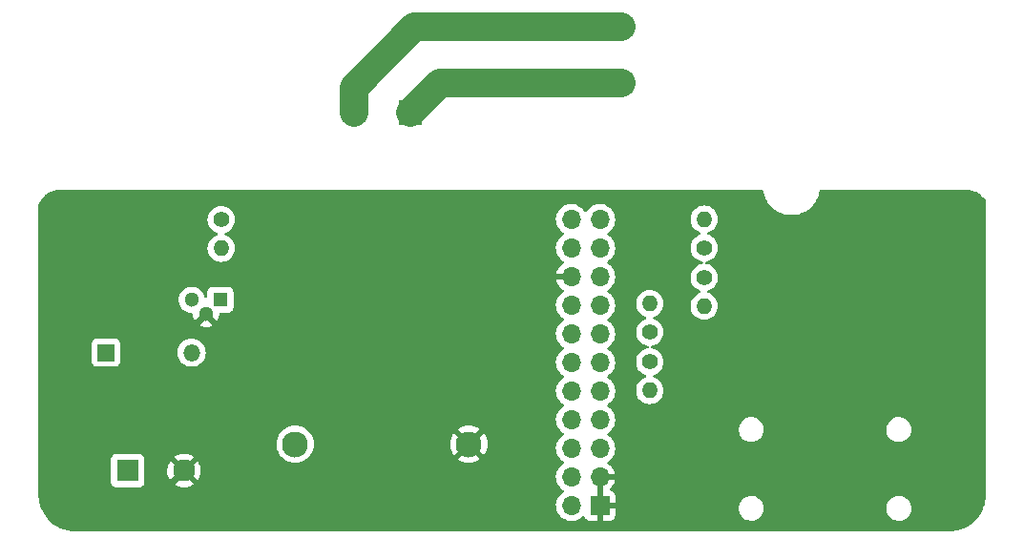
<source format=gbr>
%TF.GenerationSoftware,KiCad,Pcbnew,(6.0.8)*%
%TF.CreationDate,2022-11-26T11:41:08-06:00*%
%TF.ProjectId,tt-relay-board,74742d72-656c-4617-992d-626f6172642e,rev?*%
%TF.SameCoordinates,Original*%
%TF.FileFunction,Copper,L2,Bot*%
%TF.FilePolarity,Positive*%
%FSLAX46Y46*%
G04 Gerber Fmt 4.6, Leading zero omitted, Abs format (unit mm)*
G04 Created by KiCad (PCBNEW (6.0.8)) date 2022-11-26 11:41:08*
%MOMM*%
%LPD*%
G01*
G04 APERTURE LIST*
%TA.AperFunction,ComponentPad*%
%ADD10R,1.500000X1.500000*%
%TD*%
%TA.AperFunction,ComponentPad*%
%ADD11O,1.500000X1.500000*%
%TD*%
%TA.AperFunction,ComponentPad*%
%ADD12C,1.400000*%
%TD*%
%TA.AperFunction,ComponentPad*%
%ADD13O,1.400000X1.400000*%
%TD*%
%TA.AperFunction,ComponentPad*%
%ADD14R,1.950000X1.950000*%
%TD*%
%TA.AperFunction,ComponentPad*%
%ADD15C,1.950000*%
%TD*%
%TA.AperFunction,ComponentPad*%
%ADD16R,1.300000X1.300000*%
%TD*%
%TA.AperFunction,ComponentPad*%
%ADD17C,1.300000*%
%TD*%
%TA.AperFunction,ComponentPad*%
%ADD18R,2.000000X2.300000*%
%TD*%
%TA.AperFunction,ComponentPad*%
%ADD19C,2.300000*%
%TD*%
%TA.AperFunction,ComponentPad*%
%ADD20R,1.700000X1.700000*%
%TD*%
%TA.AperFunction,ComponentPad*%
%ADD21O,1.700000X1.700000*%
%TD*%
%TA.AperFunction,ViaPad*%
%ADD22C,0.800000*%
%TD*%
%TA.AperFunction,Conductor*%
%ADD23C,2.500000*%
%TD*%
G04 APERTURE END LIST*
D10*
%TO.P,D1,1,K*%
%TO.N,+5V*%
X48382000Y-85196000D03*
D11*
%TO.P,D1,2,A*%
%TO.N,Net-(D1-Pad2)*%
X56002000Y-85196000D03*
%TD*%
D12*
%TO.P,R4,1*%
%TO.N,IO26*%
X101473000Y-75896000D03*
D13*
%TO.P,R4,2*%
%TO.N,+3V3*%
X101473000Y-73356000D03*
%TD*%
D14*
%TO.P,J1,1,Pin_1*%
%TO.N,LINE*%
X94113000Y-61301000D03*
D15*
%TO.P,J1,2,Pin_2*%
%TO.N,NEUT*%
X94113000Y-56301000D03*
%TD*%
D16*
%TO.P,Q1,1,B*%
%TO.N,Net-(Q1-Pad1)*%
X58547000Y-80518000D03*
D17*
%TO.P,Q1,2,E*%
%TO.N,GND*%
X57277000Y-81788000D03*
%TO.P,Q1,3,C*%
%TO.N,Net-(D1-Pad2)*%
X56007000Y-80518000D03*
%TD*%
D18*
%TO.P,PS1,1,AC/L*%
%TO.N,LINE*%
X75398000Y-63923500D03*
D19*
%TO.P,PS1,2,AC/N*%
%TO.N,NEUT*%
X70398000Y-63923500D03*
%TO.P,PS1,3,-Vout*%
%TO.N,GND*%
X80598000Y-93323500D03*
%TO.P,PS1,4,+Vout*%
%TO.N,+5V*%
X65198000Y-93323500D03*
%TD*%
D12*
%TO.P,R1,1*%
%TO.N,IO23*%
X58624000Y-73406000D03*
D13*
%TO.P,R1,2*%
%TO.N,Net-(Q1-Pad1)*%
X58624000Y-75946000D03*
%TD*%
D12*
%TO.P,R2,1*%
%TO.N,IO13*%
X101473000Y-78536000D03*
D13*
%TO.P,R2,2*%
%TO.N,+3V3*%
X101473000Y-81076000D03*
%TD*%
D12*
%TO.P,R3,1*%
%TO.N,IO32*%
X96647000Y-86029000D03*
D13*
%TO.P,R3,2*%
%TO.N,+3V3*%
X96647000Y-88569000D03*
%TD*%
D14*
%TO.P,J2,1,Pin_1*%
%TO.N,+5V*%
X50332000Y-95677000D03*
D15*
%TO.P,J2,2,Pin_2*%
%TO.N,GND*%
X55332000Y-95677000D03*
%TD*%
D12*
%TO.P,R5,1*%
%TO.N,IO35*%
X96647000Y-83389000D03*
D13*
%TO.P,R5,2*%
%TO.N,+3V3*%
X96647000Y-80849000D03*
%TD*%
D20*
%TO.P,J5,1,Pin_1*%
%TO.N,GND*%
X92222000Y-98781000D03*
D21*
%TO.P,J5,2,Pin_2*%
%TO.N,+3V3*%
X89682000Y-98781000D03*
%TO.P,J5,3,Pin_3*%
%TO.N,GND*%
X92222000Y-96241000D03*
%TO.P,J5,4,Pin_4*%
%TO.N,+3V3*%
X89682000Y-96241000D03*
%TO.P,J5,5,Pin_5*%
%TO.N,IO14{slash}CLK*%
X92222000Y-93701000D03*
%TO.P,J5,6,Pin_6*%
%TO.N,IO02{slash}MISO*%
X89682000Y-93701000D03*
%TO.P,J5,7,Pin_7*%
%TO.N,IO15{slash}MOSI*%
X92222000Y-91161000D03*
%TO.P,J5,8,Pin_8*%
%TO.N,IO04*%
X89682000Y-91161000D03*
%TO.P,J5,9,Pin_9*%
%TO.N,IO12*%
X92222000Y-88621000D03*
%TO.P,J5,10,Pin_10*%
%TO.N,IO33*%
X89682000Y-88621000D03*
%TO.P,J5,11,Pin_11*%
%TO.N,IO32*%
X92222000Y-86081000D03*
%TO.P,J5,12,Pin_12*%
%TO.N,unconnected-(J5-Pad12)*%
X89682000Y-86081000D03*
%TO.P,J5,13,Pin_13*%
%TO.N,IO35*%
X92222000Y-83541000D03*
%TO.P,J5,14,Pin_14*%
%TO.N,IO34*%
X89682000Y-83541000D03*
%TO.P,J5,15,Pin_15*%
%TO.N,IO39*%
X92222000Y-81001000D03*
%TO.P,J5,16,Pin_16*%
%TO.N,IO36*%
X89682000Y-81001000D03*
%TO.P,J5,17,Pin_17*%
%TO.N,IO13*%
X92222000Y-78461000D03*
%TO.P,J5,18,Pin_18*%
%TO.N,GND*%
X89682000Y-78461000D03*
%TO.P,J5,19,Pin_19*%
%TO.N,IO26*%
X92222000Y-75921000D03*
%TO.P,J5,20,Pin_20*%
%TO.N,IO27*%
X89682000Y-75921000D03*
%TO.P,J5,21,Pin_21*%
%TO.N,IO22*%
X92222000Y-73381000D03*
%TO.P,J5,22,Pin_22*%
%TO.N,IO23*%
X89682000Y-73381000D03*
%TD*%
D22*
%TO.N,GND*%
X120269000Y-97536000D03*
X107061000Y-97536000D03*
%TD*%
D23*
%TO.N,LINE*%
X94113000Y-61301000D02*
X78020500Y-61301000D01*
X78020500Y-61301000D02*
X75398000Y-63923500D01*
%TO.N,NEUT*%
X75779000Y-56301000D02*
X70398000Y-61682000D01*
X70398000Y-61682000D02*
X70398000Y-63923500D01*
X94113000Y-56301000D02*
X75779000Y-56301000D01*
%TD*%
%TA.AperFunction,Conductor*%
%TO.N,GND*%
G36*
X106680687Y-70759002D02*
G01*
X106727180Y-70812658D01*
X106737572Y-70849208D01*
X106751060Y-70955975D01*
X106829557Y-71261702D01*
X106831010Y-71265371D01*
X106831010Y-71265372D01*
X106898761Y-71436490D01*
X106945753Y-71555179D01*
X106947659Y-71558647D01*
X106947660Y-71558648D01*
X107083227Y-71805241D01*
X107097816Y-71831779D01*
X107283346Y-72087140D01*
X107499418Y-72317233D01*
X107742625Y-72518432D01*
X108009131Y-72687562D01*
X108012710Y-72689246D01*
X108012717Y-72689250D01*
X108291144Y-72820267D01*
X108291148Y-72820269D01*
X108294734Y-72821956D01*
X108594928Y-72919495D01*
X108904980Y-72978641D01*
X109141162Y-72993500D01*
X109298838Y-72993500D01*
X109535020Y-72978641D01*
X109845072Y-72919495D01*
X110145266Y-72821956D01*
X110148852Y-72820269D01*
X110148856Y-72820267D01*
X110427283Y-72689250D01*
X110427290Y-72689246D01*
X110430869Y-72687562D01*
X110697375Y-72518432D01*
X110940582Y-72317233D01*
X111156654Y-72087140D01*
X111342184Y-71831779D01*
X111356774Y-71805241D01*
X111492340Y-71558648D01*
X111492341Y-71558647D01*
X111494247Y-71555179D01*
X111541240Y-71436490D01*
X111608990Y-71265372D01*
X111608990Y-71265371D01*
X111610443Y-71261702D01*
X111688940Y-70955975D01*
X111702428Y-70849208D01*
X111730810Y-70784131D01*
X111789870Y-70744730D01*
X111827434Y-70739000D01*
X124741499Y-70739000D01*
X124750487Y-70739321D01*
X124799871Y-70742853D01*
X125021650Y-70758715D01*
X125039433Y-70761272D01*
X125300658Y-70818098D01*
X125317900Y-70823160D01*
X125568393Y-70916589D01*
X125584740Y-70924055D01*
X125819375Y-71052176D01*
X125834498Y-71061895D01*
X126048510Y-71222103D01*
X126062096Y-71233876D01*
X126251124Y-71422904D01*
X126262897Y-71436490D01*
X126423105Y-71650502D01*
X126432824Y-71665625D01*
X126476087Y-71744855D01*
X126491500Y-71805241D01*
X126491500Y-97740633D01*
X126490000Y-97760018D01*
X126487690Y-97774851D01*
X126487690Y-97774855D01*
X126486309Y-97783724D01*
X126488136Y-97797693D01*
X126488756Y-97802433D01*
X126489647Y-97825366D01*
X126484752Y-97918772D01*
X126473760Y-98128501D01*
X126472382Y-98141617D01*
X126420387Y-98469898D01*
X126417645Y-98482798D01*
X126337743Y-98781000D01*
X126331621Y-98803846D01*
X126327547Y-98816382D01*
X126243628Y-99035000D01*
X126208438Y-99126672D01*
X126203074Y-99138720D01*
X126052180Y-99434867D01*
X126045586Y-99446288D01*
X125864563Y-99725040D01*
X125856810Y-99735710D01*
X125647648Y-99994004D01*
X125638823Y-100003805D01*
X125403805Y-100238823D01*
X125394004Y-100247648D01*
X125135710Y-100456810D01*
X125125040Y-100464563D01*
X124846288Y-100645586D01*
X124834867Y-100652180D01*
X124538720Y-100803074D01*
X124526671Y-100808438D01*
X124216382Y-100927547D01*
X124203846Y-100931621D01*
X123882798Y-101017645D01*
X123869898Y-101020387D01*
X123541617Y-101072382D01*
X123528501Y-101073760D01*
X123494848Y-101075524D01*
X123232702Y-101089262D01*
X123206727Y-101087935D01*
X123205157Y-101087691D01*
X123205151Y-101087691D01*
X123196276Y-101086309D01*
X123187374Y-101087473D01*
X123187372Y-101087473D01*
X123172323Y-101089441D01*
X123164714Y-101090436D01*
X123148379Y-101091500D01*
X45769367Y-101091500D01*
X45749982Y-101090000D01*
X45735149Y-101087690D01*
X45735145Y-101087690D01*
X45726276Y-101086309D01*
X45707564Y-101088756D01*
X45684634Y-101089647D01*
X45381497Y-101073760D01*
X45368383Y-101072382D01*
X45040102Y-101020387D01*
X45027202Y-101017645D01*
X44706154Y-100931621D01*
X44693618Y-100927547D01*
X44383329Y-100808438D01*
X44371280Y-100803074D01*
X44075133Y-100652180D01*
X44063712Y-100645586D01*
X43784960Y-100464563D01*
X43774290Y-100456810D01*
X43515996Y-100247648D01*
X43506195Y-100238823D01*
X43271177Y-100003805D01*
X43262352Y-99994004D01*
X43053190Y-99735710D01*
X43045437Y-99725040D01*
X42864414Y-99446288D01*
X42857820Y-99434867D01*
X42706926Y-99138720D01*
X42701562Y-99126672D01*
X42666372Y-99035000D01*
X42582453Y-98816382D01*
X42578379Y-98803846D01*
X42572258Y-98781000D01*
X42563334Y-98747695D01*
X88319251Y-98747695D01*
X88319548Y-98752848D01*
X88319548Y-98752851D01*
X88322856Y-98810220D01*
X88332110Y-98970715D01*
X88333247Y-98975761D01*
X88333248Y-98975767D01*
X88347606Y-99039475D01*
X88381222Y-99188639D01*
X88465266Y-99395616D01*
X88581987Y-99586088D01*
X88728250Y-99754938D01*
X88900126Y-99897632D01*
X89093000Y-100010338D01*
X89301692Y-100090030D01*
X89306760Y-100091061D01*
X89306763Y-100091062D01*
X89414017Y-100112883D01*
X89520597Y-100134567D01*
X89525772Y-100134757D01*
X89525774Y-100134757D01*
X89738673Y-100142564D01*
X89738677Y-100142564D01*
X89743837Y-100142753D01*
X89748957Y-100142097D01*
X89748959Y-100142097D01*
X89960288Y-100115025D01*
X89960289Y-100115025D01*
X89965416Y-100114368D01*
X90027186Y-100095836D01*
X90174429Y-100051661D01*
X90174434Y-100051659D01*
X90179384Y-100050174D01*
X90379994Y-99951896D01*
X90561860Y-99822173D01*
X90629331Y-99754938D01*
X90670479Y-99713933D01*
X90732851Y-99680017D01*
X90803658Y-99685205D01*
X90860419Y-99727851D01*
X90877401Y-99758954D01*
X90918676Y-99869054D01*
X90927214Y-99884649D01*
X91003715Y-99986724D01*
X91016276Y-99999285D01*
X91118351Y-100075786D01*
X91133946Y-100084324D01*
X91254394Y-100129478D01*
X91269649Y-100133105D01*
X91320514Y-100138631D01*
X91327328Y-100139000D01*
X91949885Y-100139000D01*
X91965124Y-100134525D01*
X91966329Y-100133135D01*
X91968000Y-100125452D01*
X91968000Y-100120884D01*
X92476000Y-100120884D01*
X92480475Y-100136123D01*
X92481865Y-100137328D01*
X92489548Y-100138999D01*
X93116669Y-100138999D01*
X93123490Y-100138629D01*
X93174352Y-100133105D01*
X93189604Y-100129479D01*
X93310054Y-100084324D01*
X93325649Y-100075786D01*
X93427724Y-99999285D01*
X93440285Y-99986724D01*
X93516786Y-99884649D01*
X93525324Y-99869054D01*
X93570478Y-99748606D01*
X93574105Y-99733351D01*
X93579631Y-99682486D01*
X93580000Y-99675672D01*
X93580000Y-99053115D01*
X93575525Y-99037876D01*
X93574135Y-99036671D01*
X93566452Y-99035000D01*
X92494115Y-99035000D01*
X92478876Y-99039475D01*
X92477671Y-99040865D01*
X92476000Y-99048548D01*
X92476000Y-100120884D01*
X91968000Y-100120884D01*
X91968000Y-98972604D01*
X104551787Y-98972604D01*
X104561567Y-99183899D01*
X104611125Y-99389534D01*
X104613607Y-99394992D01*
X104613608Y-99394996D01*
X104657053Y-99490546D01*
X104698674Y-99582087D01*
X104768141Y-99680017D01*
X104807647Y-99735710D01*
X104821054Y-99754611D01*
X104973850Y-99900881D01*
X105151548Y-100015620D01*
X105157114Y-100017863D01*
X105342168Y-100092442D01*
X105342171Y-100092443D01*
X105347737Y-100094686D01*
X105555337Y-100135228D01*
X105560899Y-100135500D01*
X105716846Y-100135500D01*
X105874566Y-100120452D01*
X106077534Y-100060908D01*
X106095488Y-100051661D01*
X106260249Y-99966804D01*
X106260252Y-99966802D01*
X106265580Y-99964058D01*
X106431920Y-99833396D01*
X106435852Y-99828865D01*
X106435855Y-99828862D01*
X106566621Y-99678167D01*
X106570552Y-99673637D01*
X106573552Y-99668451D01*
X106573555Y-99668447D01*
X106673467Y-99495742D01*
X106676473Y-99490546D01*
X106745861Y-99290729D01*
X106747009Y-99282811D01*
X106775352Y-99087336D01*
X106775352Y-99087333D01*
X106776213Y-99081396D01*
X106771177Y-98972604D01*
X117632787Y-98972604D01*
X117642567Y-99183899D01*
X117692125Y-99389534D01*
X117694607Y-99394992D01*
X117694608Y-99394996D01*
X117738053Y-99490546D01*
X117779674Y-99582087D01*
X117849141Y-99680017D01*
X117888647Y-99735710D01*
X117902054Y-99754611D01*
X118054850Y-99900881D01*
X118232548Y-100015620D01*
X118238114Y-100017863D01*
X118423168Y-100092442D01*
X118423171Y-100092443D01*
X118428737Y-100094686D01*
X118636337Y-100135228D01*
X118641899Y-100135500D01*
X118797846Y-100135500D01*
X118955566Y-100120452D01*
X119158534Y-100060908D01*
X119176488Y-100051661D01*
X119341249Y-99966804D01*
X119341252Y-99966802D01*
X119346580Y-99964058D01*
X119512920Y-99833396D01*
X119516852Y-99828865D01*
X119516855Y-99828862D01*
X119647621Y-99678167D01*
X119651552Y-99673637D01*
X119654552Y-99668451D01*
X119654555Y-99668447D01*
X119754467Y-99495742D01*
X119757473Y-99490546D01*
X119826861Y-99290729D01*
X119828009Y-99282811D01*
X119856352Y-99087336D01*
X119856352Y-99087333D01*
X119857213Y-99081396D01*
X119847433Y-98870101D01*
X119797875Y-98664466D01*
X119761458Y-98584370D01*
X119712806Y-98477368D01*
X119710326Y-98471913D01*
X119587946Y-98299389D01*
X119435150Y-98153119D01*
X119257452Y-98038380D01*
X119197354Y-98014160D01*
X119066832Y-97961558D01*
X119066829Y-97961557D01*
X119061263Y-97959314D01*
X118853663Y-97918772D01*
X118848101Y-97918500D01*
X118692154Y-97918500D01*
X118534434Y-97933548D01*
X118331466Y-97993092D01*
X118326139Y-97995836D01*
X118326138Y-97995836D01*
X118148751Y-98087196D01*
X118148748Y-98087198D01*
X118143420Y-98089942D01*
X117977080Y-98220604D01*
X117973148Y-98225135D01*
X117973145Y-98225138D01*
X117904474Y-98304275D01*
X117838448Y-98380363D01*
X117835448Y-98385549D01*
X117835445Y-98385553D01*
X117782329Y-98477368D01*
X117732527Y-98563454D01*
X117663139Y-98763271D01*
X117662278Y-98769206D01*
X117662278Y-98769208D01*
X117656332Y-98810220D01*
X117632787Y-98972604D01*
X106771177Y-98972604D01*
X106766433Y-98870101D01*
X106716875Y-98664466D01*
X106680458Y-98584370D01*
X106631806Y-98477368D01*
X106629326Y-98471913D01*
X106506946Y-98299389D01*
X106354150Y-98153119D01*
X106176452Y-98038380D01*
X106116354Y-98014160D01*
X105985832Y-97961558D01*
X105985829Y-97961557D01*
X105980263Y-97959314D01*
X105772663Y-97918772D01*
X105767101Y-97918500D01*
X105611154Y-97918500D01*
X105453434Y-97933548D01*
X105250466Y-97993092D01*
X105245139Y-97995836D01*
X105245138Y-97995836D01*
X105067751Y-98087196D01*
X105067748Y-98087198D01*
X105062420Y-98089942D01*
X104896080Y-98220604D01*
X104892148Y-98225135D01*
X104892145Y-98225138D01*
X104823474Y-98304275D01*
X104757448Y-98380363D01*
X104754448Y-98385549D01*
X104754445Y-98385553D01*
X104701329Y-98477368D01*
X104651527Y-98563454D01*
X104582139Y-98763271D01*
X104581278Y-98769206D01*
X104581278Y-98769208D01*
X104575332Y-98810220D01*
X104551787Y-98972604D01*
X91968000Y-98972604D01*
X91968000Y-98508885D01*
X92476000Y-98508885D01*
X92480475Y-98524124D01*
X92481865Y-98525329D01*
X92489548Y-98527000D01*
X93561884Y-98527000D01*
X93577123Y-98522525D01*
X93578328Y-98521135D01*
X93579999Y-98513452D01*
X93579999Y-97886331D01*
X93579629Y-97879510D01*
X93574105Y-97828648D01*
X93570479Y-97813396D01*
X93525324Y-97692946D01*
X93516786Y-97677351D01*
X93440285Y-97575276D01*
X93427724Y-97562715D01*
X93325649Y-97486214D01*
X93310054Y-97477676D01*
X93199297Y-97436155D01*
X93142533Y-97393513D01*
X93117833Y-97326952D01*
X93133040Y-97257603D01*
X93154587Y-97228922D01*
X93256057Y-97127805D01*
X93262730Y-97119965D01*
X93387003Y-96947020D01*
X93392313Y-96938183D01*
X93486670Y-96747267D01*
X93490469Y-96737672D01*
X93552377Y-96533910D01*
X93554555Y-96523837D01*
X93555986Y-96512962D01*
X93553775Y-96498778D01*
X93540617Y-96495000D01*
X92494115Y-96495000D01*
X92478876Y-96499475D01*
X92477671Y-96500865D01*
X92476000Y-96508548D01*
X92476000Y-98508885D01*
X91968000Y-98508885D01*
X91968000Y-96113000D01*
X91988002Y-96044879D01*
X92041658Y-95998386D01*
X92094000Y-95987000D01*
X93540344Y-95987000D01*
X93553875Y-95983027D01*
X93555180Y-95973947D01*
X93513214Y-95806875D01*
X93509894Y-95797124D01*
X93424972Y-95601814D01*
X93420105Y-95592739D01*
X93304426Y-95413926D01*
X93298136Y-95405757D01*
X93154806Y-95248240D01*
X93147273Y-95241215D01*
X92980139Y-95109222D01*
X92971556Y-95103520D01*
X92934602Y-95083120D01*
X92884631Y-95032687D01*
X92869859Y-94963245D01*
X92894975Y-94896839D01*
X92922327Y-94870232D01*
X92945797Y-94853491D01*
X93101860Y-94742173D01*
X93260096Y-94584489D01*
X93319594Y-94501689D01*
X93387435Y-94407277D01*
X93390453Y-94403077D01*
X93411320Y-94360857D01*
X93487136Y-94207453D01*
X93487137Y-94207451D01*
X93489430Y-94202811D01*
X93554370Y-93989069D01*
X93583529Y-93767590D01*
X93585156Y-93701000D01*
X93566852Y-93478361D01*
X93512431Y-93261702D01*
X93423354Y-93056840D01*
X93302014Y-92869277D01*
X93151670Y-92704051D01*
X93147619Y-92700852D01*
X93147615Y-92700848D01*
X92980414Y-92568800D01*
X92980410Y-92568798D01*
X92976359Y-92565598D01*
X92935053Y-92542796D01*
X92885084Y-92492364D01*
X92870312Y-92422921D01*
X92895428Y-92356516D01*
X92922780Y-92329909D01*
X92986032Y-92284792D01*
X93101860Y-92202173D01*
X93153314Y-92150899D01*
X93256435Y-92048137D01*
X93260096Y-92044489D01*
X93310198Y-91974765D01*
X93311751Y-91972604D01*
X104551787Y-91972604D01*
X104561567Y-92183899D01*
X104562971Y-92189724D01*
X104562971Y-92189725D01*
X104603168Y-92356516D01*
X104611125Y-92389534D01*
X104613607Y-92394992D01*
X104613608Y-92394996D01*
X104657053Y-92490546D01*
X104698674Y-92582087D01*
X104821054Y-92754611D01*
X104973850Y-92900881D01*
X105151548Y-93015620D01*
X105181473Y-93027680D01*
X105342168Y-93092442D01*
X105342171Y-93092443D01*
X105347737Y-93094686D01*
X105555337Y-93135228D01*
X105560899Y-93135500D01*
X105716846Y-93135500D01*
X105874566Y-93120452D01*
X106077534Y-93060908D01*
X106107216Y-93045621D01*
X106260249Y-92966804D01*
X106260252Y-92966802D01*
X106265580Y-92964058D01*
X106431920Y-92833396D01*
X106435852Y-92828865D01*
X106435855Y-92828862D01*
X106566621Y-92678167D01*
X106570552Y-92673637D01*
X106573552Y-92668451D01*
X106573555Y-92668447D01*
X106673467Y-92495742D01*
X106676473Y-92490546D01*
X106745861Y-92290729D01*
X106748239Y-92274327D01*
X106775352Y-92087336D01*
X106775352Y-92087333D01*
X106776213Y-92081396D01*
X106771177Y-91972604D01*
X117632787Y-91972604D01*
X117642567Y-92183899D01*
X117643971Y-92189724D01*
X117643971Y-92189725D01*
X117684168Y-92356516D01*
X117692125Y-92389534D01*
X117694607Y-92394992D01*
X117694608Y-92394996D01*
X117738053Y-92490546D01*
X117779674Y-92582087D01*
X117902054Y-92754611D01*
X118054850Y-92900881D01*
X118232548Y-93015620D01*
X118262473Y-93027680D01*
X118423168Y-93092442D01*
X118423171Y-93092443D01*
X118428737Y-93094686D01*
X118636337Y-93135228D01*
X118641899Y-93135500D01*
X118797846Y-93135500D01*
X118955566Y-93120452D01*
X119158534Y-93060908D01*
X119188216Y-93045621D01*
X119341249Y-92966804D01*
X119341252Y-92966802D01*
X119346580Y-92964058D01*
X119512920Y-92833396D01*
X119516852Y-92828865D01*
X119516855Y-92828862D01*
X119647621Y-92678167D01*
X119651552Y-92673637D01*
X119654552Y-92668451D01*
X119654555Y-92668447D01*
X119754467Y-92495742D01*
X119757473Y-92490546D01*
X119826861Y-92290729D01*
X119829239Y-92274327D01*
X119856352Y-92087336D01*
X119856352Y-92087333D01*
X119857213Y-92081396D01*
X119847433Y-91870101D01*
X119802102Y-91682004D01*
X119799281Y-91670299D01*
X119799280Y-91670297D01*
X119797875Y-91664466D01*
X119754525Y-91569122D01*
X119712806Y-91477368D01*
X119710326Y-91471913D01*
X119587946Y-91299389D01*
X119435150Y-91153119D01*
X119257452Y-91038380D01*
X119197354Y-91014160D01*
X119066832Y-90961558D01*
X119066829Y-90961557D01*
X119061263Y-90959314D01*
X118853663Y-90918772D01*
X118848101Y-90918500D01*
X118692154Y-90918500D01*
X118534434Y-90933548D01*
X118331466Y-90993092D01*
X118326139Y-90995836D01*
X118326138Y-90995836D01*
X118148751Y-91087196D01*
X118148748Y-91087198D01*
X118143420Y-91089942D01*
X117977080Y-91220604D01*
X117973148Y-91225135D01*
X117973145Y-91225138D01*
X117904474Y-91304275D01*
X117838448Y-91380363D01*
X117835448Y-91385549D01*
X117835445Y-91385553D01*
X117788312Y-91467026D01*
X117732527Y-91563454D01*
X117663139Y-91763271D01*
X117662278Y-91769206D01*
X117662278Y-91769208D01*
X117634370Y-91961689D01*
X117632787Y-91972604D01*
X106771177Y-91972604D01*
X106766433Y-91870101D01*
X106721102Y-91682004D01*
X106718281Y-91670299D01*
X106718280Y-91670297D01*
X106716875Y-91664466D01*
X106673525Y-91569122D01*
X106631806Y-91477368D01*
X106629326Y-91471913D01*
X106506946Y-91299389D01*
X106354150Y-91153119D01*
X106176452Y-91038380D01*
X106116354Y-91014160D01*
X105985832Y-90961558D01*
X105985829Y-90961557D01*
X105980263Y-90959314D01*
X105772663Y-90918772D01*
X105767101Y-90918500D01*
X105611154Y-90918500D01*
X105453434Y-90933548D01*
X105250466Y-90993092D01*
X105245139Y-90995836D01*
X105245138Y-90995836D01*
X105067751Y-91087196D01*
X105067748Y-91087198D01*
X105062420Y-91089942D01*
X104896080Y-91220604D01*
X104892148Y-91225135D01*
X104892145Y-91225138D01*
X104823474Y-91304275D01*
X104757448Y-91380363D01*
X104754448Y-91385549D01*
X104754445Y-91385553D01*
X104707312Y-91467026D01*
X104651527Y-91563454D01*
X104582139Y-91763271D01*
X104581278Y-91769206D01*
X104581278Y-91769208D01*
X104553370Y-91961689D01*
X104551787Y-91972604D01*
X93311751Y-91972604D01*
X93387435Y-91867277D01*
X93390453Y-91863077D01*
X93402204Y-91839302D01*
X93487136Y-91667453D01*
X93487137Y-91667451D01*
X93489430Y-91662811D01*
X93545772Y-91477368D01*
X93552865Y-91454023D01*
X93552865Y-91454021D01*
X93554370Y-91449069D01*
X93583529Y-91227590D01*
X93585156Y-91161000D01*
X93566852Y-90938361D01*
X93512431Y-90721702D01*
X93423354Y-90516840D01*
X93302014Y-90329277D01*
X93151670Y-90164051D01*
X93147619Y-90160852D01*
X93147615Y-90160848D01*
X92980414Y-90028800D01*
X92980410Y-90028798D01*
X92976359Y-90025598D01*
X92935053Y-90002796D01*
X92885084Y-89952364D01*
X92870312Y-89882921D01*
X92895428Y-89816516D01*
X92922780Y-89789909D01*
X92966603Y-89758650D01*
X93101860Y-89662173D01*
X93260096Y-89504489D01*
X93319594Y-89421689D01*
X93387435Y-89327277D01*
X93390453Y-89323077D01*
X93411320Y-89280857D01*
X93487136Y-89127453D01*
X93487137Y-89127451D01*
X93489430Y-89122811D01*
X93530118Y-88988892D01*
X93552865Y-88914023D01*
X93552865Y-88914021D01*
X93554370Y-88909069D01*
X93583529Y-88687590D01*
X93585156Y-88621000D01*
X93580881Y-88569000D01*
X95433884Y-88569000D01*
X95452314Y-88779655D01*
X95453738Y-88784968D01*
X95453738Y-88784970D01*
X95460637Y-88810715D01*
X95507044Y-88983910D01*
X95509366Y-88988891D01*
X95509367Y-88988892D01*
X95571815Y-89122811D01*
X95596411Y-89175558D01*
X95717699Y-89348776D01*
X95867224Y-89498301D01*
X96040442Y-89619589D01*
X96045420Y-89621910D01*
X96045423Y-89621912D01*
X96227108Y-89706633D01*
X96232090Y-89708956D01*
X96237398Y-89710378D01*
X96237400Y-89710379D01*
X96431030Y-89762262D01*
X96431032Y-89762262D01*
X96436345Y-89763686D01*
X96647000Y-89782116D01*
X96857655Y-89763686D01*
X96862968Y-89762262D01*
X96862970Y-89762262D01*
X97056600Y-89710379D01*
X97056602Y-89710378D01*
X97061910Y-89708956D01*
X97066892Y-89706633D01*
X97248577Y-89621912D01*
X97248580Y-89621910D01*
X97253558Y-89619589D01*
X97426776Y-89498301D01*
X97576301Y-89348776D01*
X97697589Y-89175558D01*
X97722186Y-89122811D01*
X97784633Y-88988892D01*
X97784634Y-88988891D01*
X97786956Y-88983910D01*
X97833364Y-88810715D01*
X97840262Y-88784970D01*
X97840262Y-88784968D01*
X97841686Y-88779655D01*
X97860116Y-88569000D01*
X97841686Y-88358345D01*
X97794355Y-88181702D01*
X97788379Y-88159400D01*
X97788378Y-88159398D01*
X97786956Y-88154090D01*
X97702882Y-87973792D01*
X97699912Y-87967423D01*
X97699910Y-87967420D01*
X97697589Y-87962442D01*
X97576301Y-87789224D01*
X97426776Y-87639699D01*
X97253558Y-87518411D01*
X97248580Y-87516090D01*
X97248577Y-87516088D01*
X97066892Y-87431367D01*
X97066891Y-87431366D01*
X97061910Y-87429044D01*
X97056602Y-87427622D01*
X97056600Y-87427621D01*
X97030796Y-87420707D01*
X96970173Y-87383755D01*
X96939152Y-87319894D01*
X96947580Y-87249400D01*
X96992783Y-87194653D01*
X97030796Y-87177293D01*
X97056600Y-87170379D01*
X97056602Y-87170378D01*
X97061910Y-87168956D01*
X97066892Y-87166633D01*
X97248577Y-87081912D01*
X97248580Y-87081910D01*
X97253558Y-87079589D01*
X97426776Y-86958301D01*
X97576301Y-86808776D01*
X97697589Y-86635558D01*
X97722186Y-86582811D01*
X97784633Y-86448892D01*
X97784634Y-86448891D01*
X97786956Y-86443910D01*
X97802864Y-86384543D01*
X97840262Y-86244970D01*
X97840262Y-86244968D01*
X97841686Y-86239655D01*
X97860116Y-86029000D01*
X97841686Y-85818345D01*
X97794355Y-85641702D01*
X97788379Y-85619400D01*
X97788378Y-85619398D01*
X97786956Y-85614090D01*
X97702882Y-85433792D01*
X97699912Y-85427423D01*
X97699910Y-85427420D01*
X97697589Y-85422442D01*
X97576301Y-85249224D01*
X97426776Y-85099699D01*
X97253558Y-84978411D01*
X97248580Y-84976090D01*
X97248577Y-84976088D01*
X97066892Y-84891367D01*
X97066891Y-84891366D01*
X97061910Y-84889044D01*
X97056602Y-84887622D01*
X97056600Y-84887621D01*
X96862970Y-84835738D01*
X96862968Y-84835738D01*
X96857655Y-84834314D01*
X96852175Y-84833835D01*
X96847930Y-84833086D01*
X96784318Y-84801558D01*
X96747849Y-84740643D01*
X96750102Y-84669682D01*
X96790362Y-84611205D01*
X96847930Y-84584914D01*
X96852175Y-84584165D01*
X96857655Y-84583686D01*
X96862968Y-84582262D01*
X96862970Y-84582262D01*
X97056600Y-84530379D01*
X97056602Y-84530378D01*
X97061910Y-84528956D01*
X97091972Y-84514938D01*
X97248577Y-84441912D01*
X97248580Y-84441910D01*
X97253558Y-84439589D01*
X97426776Y-84318301D01*
X97576301Y-84168776D01*
X97697589Y-83995558D01*
X97718178Y-83951406D01*
X97784633Y-83808892D01*
X97784634Y-83808891D01*
X97786956Y-83803910D01*
X97841686Y-83599655D01*
X97860116Y-83389000D01*
X97841686Y-83178345D01*
X97819877Y-83096954D01*
X97788379Y-82979400D01*
X97788378Y-82979398D01*
X97786956Y-82974090D01*
X97770937Y-82939737D01*
X97699912Y-82787423D01*
X97699910Y-82787420D01*
X97697589Y-82782442D01*
X97576301Y-82609224D01*
X97426776Y-82459699D01*
X97253558Y-82338411D01*
X97248580Y-82336090D01*
X97248577Y-82336088D01*
X97066892Y-82251367D01*
X97066891Y-82251366D01*
X97061910Y-82249044D01*
X97056602Y-82247622D01*
X97056600Y-82247621D01*
X97030796Y-82240707D01*
X96970173Y-82203755D01*
X96939152Y-82139894D01*
X96947580Y-82069400D01*
X96992783Y-82014653D01*
X97030796Y-81997293D01*
X97056600Y-81990379D01*
X97056602Y-81990378D01*
X97061910Y-81988956D01*
X97084891Y-81978240D01*
X97248577Y-81901912D01*
X97248580Y-81901910D01*
X97253558Y-81899589D01*
X97426776Y-81778301D01*
X97576301Y-81628776D01*
X97697589Y-81455558D01*
X97721820Y-81403596D01*
X97784633Y-81268892D01*
X97784634Y-81268891D01*
X97786956Y-81263910D01*
X97798848Y-81219531D01*
X97837307Y-81076000D01*
X100259884Y-81076000D01*
X100278314Y-81286655D01*
X100279738Y-81291968D01*
X100279738Y-81291970D01*
X100324779Y-81460063D01*
X100333044Y-81490910D01*
X100335366Y-81495891D01*
X100335367Y-81495892D01*
X100419842Y-81677048D01*
X100422411Y-81682558D01*
X100543699Y-81855776D01*
X100693224Y-82005301D01*
X100866442Y-82126589D01*
X100871420Y-82128910D01*
X100871423Y-82128912D01*
X101053108Y-82213633D01*
X101058090Y-82215956D01*
X101063398Y-82217378D01*
X101063400Y-82217379D01*
X101257030Y-82269262D01*
X101257032Y-82269262D01*
X101262345Y-82270686D01*
X101473000Y-82289116D01*
X101683655Y-82270686D01*
X101688968Y-82269262D01*
X101688970Y-82269262D01*
X101882600Y-82217379D01*
X101882602Y-82217378D01*
X101887910Y-82215956D01*
X101892892Y-82213633D01*
X102074577Y-82128912D01*
X102074580Y-82128910D01*
X102079558Y-82126589D01*
X102252776Y-82005301D01*
X102402301Y-81855776D01*
X102523589Y-81682558D01*
X102526159Y-81677048D01*
X102610633Y-81495892D01*
X102610634Y-81495891D01*
X102612956Y-81490910D01*
X102621222Y-81460063D01*
X102666262Y-81291970D01*
X102666262Y-81291968D01*
X102667686Y-81286655D01*
X102686116Y-81076000D01*
X102667686Y-80865345D01*
X102666262Y-80860030D01*
X102614379Y-80666400D01*
X102614378Y-80666398D01*
X102612956Y-80661090D01*
X102602350Y-80638345D01*
X102525912Y-80474423D01*
X102525910Y-80474420D01*
X102523589Y-80469442D01*
X102402301Y-80296224D01*
X102252776Y-80146699D01*
X102079558Y-80025411D01*
X102074580Y-80023090D01*
X102074577Y-80023088D01*
X101892892Y-79938367D01*
X101892891Y-79938366D01*
X101887910Y-79936044D01*
X101882602Y-79934622D01*
X101882600Y-79934621D01*
X101856796Y-79927707D01*
X101796173Y-79890755D01*
X101765152Y-79826894D01*
X101773580Y-79756400D01*
X101818783Y-79701653D01*
X101856796Y-79684293D01*
X101882600Y-79677379D01*
X101882602Y-79677378D01*
X101887910Y-79675956D01*
X101892892Y-79673633D01*
X102074577Y-79588912D01*
X102074580Y-79588910D01*
X102079558Y-79586589D01*
X102252776Y-79465301D01*
X102402301Y-79315776D01*
X102523589Y-79142558D01*
X102526798Y-79135678D01*
X102610633Y-78955892D01*
X102610634Y-78955891D01*
X102612956Y-78950910D01*
X102635001Y-78868639D01*
X102666262Y-78751970D01*
X102666262Y-78751968D01*
X102667686Y-78746655D01*
X102686116Y-78536000D01*
X102667686Y-78325345D01*
X102635976Y-78207000D01*
X102614379Y-78126400D01*
X102614378Y-78126398D01*
X102612956Y-78121090D01*
X102564397Y-78016954D01*
X102525912Y-77934423D01*
X102525910Y-77934420D01*
X102523589Y-77929442D01*
X102402301Y-77756224D01*
X102252776Y-77606699D01*
X102079558Y-77485411D01*
X102074580Y-77483090D01*
X102074577Y-77483088D01*
X101892892Y-77398367D01*
X101892891Y-77398366D01*
X101887910Y-77396044D01*
X101882602Y-77394622D01*
X101882600Y-77394621D01*
X101688970Y-77342738D01*
X101688968Y-77342738D01*
X101683655Y-77341314D01*
X101678175Y-77340835D01*
X101673930Y-77340086D01*
X101610318Y-77308558D01*
X101573849Y-77247643D01*
X101576102Y-77176682D01*
X101616362Y-77118205D01*
X101673930Y-77091914D01*
X101678175Y-77091165D01*
X101683655Y-77090686D01*
X101688968Y-77089262D01*
X101688970Y-77089262D01*
X101882600Y-77037379D01*
X101882602Y-77037378D01*
X101887910Y-77035956D01*
X101892892Y-77033633D01*
X102074577Y-76948912D01*
X102074580Y-76948910D01*
X102079558Y-76946589D01*
X102252776Y-76825301D01*
X102402301Y-76675776D01*
X102523589Y-76502558D01*
X102587318Y-76365892D01*
X102610633Y-76315892D01*
X102610634Y-76315891D01*
X102612956Y-76310910D01*
X102652865Y-76161970D01*
X102666262Y-76111970D01*
X102666262Y-76111968D01*
X102667686Y-76106655D01*
X102686116Y-75896000D01*
X102667686Y-75685345D01*
X102662387Y-75665570D01*
X102614379Y-75486400D01*
X102614378Y-75486398D01*
X102612956Y-75481090D01*
X102598601Y-75450305D01*
X102525912Y-75294423D01*
X102525910Y-75294420D01*
X102523589Y-75289442D01*
X102402301Y-75116224D01*
X102252776Y-74966699D01*
X102079558Y-74845411D01*
X102074580Y-74843090D01*
X102074577Y-74843088D01*
X101892892Y-74758367D01*
X101892891Y-74758366D01*
X101887910Y-74756044D01*
X101882602Y-74754622D01*
X101882600Y-74754621D01*
X101856796Y-74747707D01*
X101796173Y-74710755D01*
X101765152Y-74646894D01*
X101773580Y-74576400D01*
X101818783Y-74521653D01*
X101856796Y-74504293D01*
X101882600Y-74497379D01*
X101882602Y-74497378D01*
X101887910Y-74495956D01*
X101892892Y-74493633D01*
X102074577Y-74408912D01*
X102074580Y-74408910D01*
X102079558Y-74406589D01*
X102252776Y-74285301D01*
X102402301Y-74135776D01*
X102523589Y-73962558D01*
X102587318Y-73825892D01*
X102610633Y-73775892D01*
X102610634Y-73775891D01*
X102612956Y-73770910D01*
X102652865Y-73621970D01*
X102666262Y-73571970D01*
X102666262Y-73571968D01*
X102667686Y-73566655D01*
X102686116Y-73356000D01*
X102667686Y-73145345D01*
X102662387Y-73125570D01*
X102614379Y-72946400D01*
X102614378Y-72946398D01*
X102612956Y-72941090D01*
X102598601Y-72910305D01*
X102525912Y-72754423D01*
X102525910Y-72754420D01*
X102523589Y-72749442D01*
X102402301Y-72576224D01*
X102252776Y-72426699D01*
X102079558Y-72305411D01*
X102074580Y-72303090D01*
X102074577Y-72303088D01*
X101892892Y-72218367D01*
X101892891Y-72218366D01*
X101887910Y-72216044D01*
X101882602Y-72214622D01*
X101882600Y-72214621D01*
X101688970Y-72162738D01*
X101688968Y-72162738D01*
X101683655Y-72161314D01*
X101473000Y-72142884D01*
X101262345Y-72161314D01*
X101257032Y-72162738D01*
X101257030Y-72162738D01*
X101063400Y-72214621D01*
X101063398Y-72214622D01*
X101058090Y-72216044D01*
X101053109Y-72218366D01*
X101053108Y-72218367D01*
X100871423Y-72303088D01*
X100871420Y-72303090D01*
X100866442Y-72305411D01*
X100693224Y-72426699D01*
X100543699Y-72576224D01*
X100422411Y-72749442D01*
X100420090Y-72754420D01*
X100420088Y-72754423D01*
X100347399Y-72910305D01*
X100333044Y-72941090D01*
X100331622Y-72946398D01*
X100331621Y-72946400D01*
X100283613Y-73125570D01*
X100278314Y-73145345D01*
X100259884Y-73356000D01*
X100278314Y-73566655D01*
X100279738Y-73571968D01*
X100279738Y-73571970D01*
X100293136Y-73621970D01*
X100333044Y-73770910D01*
X100335366Y-73775891D01*
X100335367Y-73775892D01*
X100358683Y-73825892D01*
X100422411Y-73962558D01*
X100543699Y-74135776D01*
X100693224Y-74285301D01*
X100866442Y-74406589D01*
X100871420Y-74408910D01*
X100871423Y-74408912D01*
X101053108Y-74493633D01*
X101058090Y-74495956D01*
X101063398Y-74497378D01*
X101063400Y-74497379D01*
X101089204Y-74504293D01*
X101149827Y-74541245D01*
X101180848Y-74605106D01*
X101172420Y-74675600D01*
X101127217Y-74730347D01*
X101089204Y-74747707D01*
X101063400Y-74754621D01*
X101063398Y-74754622D01*
X101058090Y-74756044D01*
X101053109Y-74758366D01*
X101053108Y-74758367D01*
X100871423Y-74843088D01*
X100871420Y-74843090D01*
X100866442Y-74845411D01*
X100693224Y-74966699D01*
X100543699Y-75116224D01*
X100422411Y-75289442D01*
X100420090Y-75294420D01*
X100420088Y-75294423D01*
X100347399Y-75450305D01*
X100333044Y-75481090D01*
X100331622Y-75486398D01*
X100331621Y-75486400D01*
X100283613Y-75665570D01*
X100278314Y-75685345D01*
X100259884Y-75896000D01*
X100278314Y-76106655D01*
X100279738Y-76111968D01*
X100279738Y-76111970D01*
X100293136Y-76161970D01*
X100333044Y-76310910D01*
X100335366Y-76315891D01*
X100335367Y-76315892D01*
X100358683Y-76365892D01*
X100422411Y-76502558D01*
X100543699Y-76675776D01*
X100693224Y-76825301D01*
X100866442Y-76946589D01*
X100871420Y-76948910D01*
X100871423Y-76948912D01*
X101053108Y-77033633D01*
X101058090Y-77035956D01*
X101063398Y-77037378D01*
X101063400Y-77037379D01*
X101257030Y-77089262D01*
X101257032Y-77089262D01*
X101262345Y-77090686D01*
X101267825Y-77091165D01*
X101272070Y-77091914D01*
X101335682Y-77123442D01*
X101372151Y-77184357D01*
X101369898Y-77255318D01*
X101329638Y-77313795D01*
X101272070Y-77340086D01*
X101267825Y-77340835D01*
X101262345Y-77341314D01*
X101257032Y-77342738D01*
X101257030Y-77342738D01*
X101063400Y-77394621D01*
X101063398Y-77394622D01*
X101058090Y-77396044D01*
X101053109Y-77398366D01*
X101053108Y-77398367D01*
X100871423Y-77483088D01*
X100871420Y-77483090D01*
X100866442Y-77485411D01*
X100693224Y-77606699D01*
X100543699Y-77756224D01*
X100422411Y-77929442D01*
X100420090Y-77934420D01*
X100420088Y-77934423D01*
X100381603Y-78016954D01*
X100333044Y-78121090D01*
X100331622Y-78126398D01*
X100331621Y-78126400D01*
X100310024Y-78207000D01*
X100278314Y-78325345D01*
X100259884Y-78536000D01*
X100278314Y-78746655D01*
X100279738Y-78751968D01*
X100279738Y-78751970D01*
X100311000Y-78868639D01*
X100333044Y-78950910D01*
X100335366Y-78955891D01*
X100335367Y-78955892D01*
X100419203Y-79135678D01*
X100422411Y-79142558D01*
X100543699Y-79315776D01*
X100693224Y-79465301D01*
X100866442Y-79586589D01*
X100871420Y-79588910D01*
X100871423Y-79588912D01*
X101053108Y-79673633D01*
X101058090Y-79675956D01*
X101063398Y-79677378D01*
X101063400Y-79677379D01*
X101089204Y-79684293D01*
X101149827Y-79721245D01*
X101180848Y-79785106D01*
X101172420Y-79855600D01*
X101127217Y-79910347D01*
X101089204Y-79927707D01*
X101063400Y-79934621D01*
X101063398Y-79934622D01*
X101058090Y-79936044D01*
X101053109Y-79938366D01*
X101053108Y-79938367D01*
X100871423Y-80023088D01*
X100871420Y-80023090D01*
X100866442Y-80025411D01*
X100693224Y-80146699D01*
X100543699Y-80296224D01*
X100422411Y-80469442D01*
X100420090Y-80474420D01*
X100420088Y-80474423D01*
X100343650Y-80638345D01*
X100333044Y-80661090D01*
X100331622Y-80666398D01*
X100331621Y-80666400D01*
X100279738Y-80860030D01*
X100278314Y-80865345D01*
X100259884Y-81076000D01*
X97837307Y-81076000D01*
X97840262Y-81064970D01*
X97840262Y-81064968D01*
X97841686Y-81059655D01*
X97860116Y-80849000D01*
X97841686Y-80638345D01*
X97819877Y-80556954D01*
X97788379Y-80439400D01*
X97788378Y-80439398D01*
X97786956Y-80434090D01*
X97750934Y-80356840D01*
X97699912Y-80247423D01*
X97699910Y-80247420D01*
X97697589Y-80242442D01*
X97576301Y-80069224D01*
X97426776Y-79919699D01*
X97253558Y-79798411D01*
X97248580Y-79796090D01*
X97248577Y-79796088D01*
X97066892Y-79711367D01*
X97066891Y-79711366D01*
X97061910Y-79709044D01*
X97056602Y-79707622D01*
X97056600Y-79707621D01*
X96862970Y-79655738D01*
X96862968Y-79655738D01*
X96857655Y-79654314D01*
X96647000Y-79635884D01*
X96436345Y-79654314D01*
X96431032Y-79655738D01*
X96431030Y-79655738D01*
X96237400Y-79707621D01*
X96237398Y-79707622D01*
X96232090Y-79709044D01*
X96227109Y-79711366D01*
X96227108Y-79711367D01*
X96045423Y-79796088D01*
X96045420Y-79796090D01*
X96040442Y-79798411D01*
X95867224Y-79919699D01*
X95717699Y-80069224D01*
X95596411Y-80242442D01*
X95594090Y-80247420D01*
X95594088Y-80247423D01*
X95543066Y-80356840D01*
X95507044Y-80434090D01*
X95505622Y-80439398D01*
X95505621Y-80439400D01*
X95474123Y-80556954D01*
X95452314Y-80638345D01*
X95433884Y-80849000D01*
X95452314Y-81059655D01*
X95453738Y-81064968D01*
X95453738Y-81064970D01*
X95495153Y-81219531D01*
X95507044Y-81263910D01*
X95509366Y-81268891D01*
X95509367Y-81268892D01*
X95572181Y-81403596D01*
X95596411Y-81455558D01*
X95717699Y-81628776D01*
X95867224Y-81778301D01*
X96040442Y-81899589D01*
X96045420Y-81901910D01*
X96045423Y-81901912D01*
X96209109Y-81978240D01*
X96232090Y-81988956D01*
X96237398Y-81990378D01*
X96237400Y-81990379D01*
X96263204Y-81997293D01*
X96323827Y-82034245D01*
X96354848Y-82098106D01*
X96346420Y-82168600D01*
X96301217Y-82223347D01*
X96263204Y-82240707D01*
X96237400Y-82247621D01*
X96237398Y-82247622D01*
X96232090Y-82249044D01*
X96227109Y-82251366D01*
X96227108Y-82251367D01*
X96045423Y-82336088D01*
X96045420Y-82336090D01*
X96040442Y-82338411D01*
X95867224Y-82459699D01*
X95717699Y-82609224D01*
X95596411Y-82782442D01*
X95594090Y-82787420D01*
X95594088Y-82787423D01*
X95523063Y-82939737D01*
X95507044Y-82974090D01*
X95505622Y-82979398D01*
X95505621Y-82979400D01*
X95474123Y-83096954D01*
X95452314Y-83178345D01*
X95433884Y-83389000D01*
X95452314Y-83599655D01*
X95507044Y-83803910D01*
X95509366Y-83808891D01*
X95509367Y-83808892D01*
X95575823Y-83951406D01*
X95596411Y-83995558D01*
X95717699Y-84168776D01*
X95867224Y-84318301D01*
X96040442Y-84439589D01*
X96045420Y-84441910D01*
X96045423Y-84441912D01*
X96202028Y-84514938D01*
X96232090Y-84528956D01*
X96237398Y-84530378D01*
X96237400Y-84530379D01*
X96431030Y-84582262D01*
X96431032Y-84582262D01*
X96436345Y-84583686D01*
X96441825Y-84584165D01*
X96446070Y-84584914D01*
X96509682Y-84616442D01*
X96546151Y-84677357D01*
X96543898Y-84748318D01*
X96503638Y-84806795D01*
X96446070Y-84833086D01*
X96441825Y-84833835D01*
X96436345Y-84834314D01*
X96431032Y-84835738D01*
X96431030Y-84835738D01*
X96237400Y-84887621D01*
X96237398Y-84887622D01*
X96232090Y-84889044D01*
X96227109Y-84891366D01*
X96227108Y-84891367D01*
X96045423Y-84976088D01*
X96045420Y-84976090D01*
X96040442Y-84978411D01*
X95867224Y-85099699D01*
X95717699Y-85249224D01*
X95596411Y-85422442D01*
X95594090Y-85427420D01*
X95594088Y-85427423D01*
X95591118Y-85433792D01*
X95507044Y-85614090D01*
X95505622Y-85619398D01*
X95505621Y-85619400D01*
X95499645Y-85641702D01*
X95452314Y-85818345D01*
X95433884Y-86029000D01*
X95452314Y-86239655D01*
X95453738Y-86244968D01*
X95453738Y-86244970D01*
X95491137Y-86384543D01*
X95507044Y-86443910D01*
X95509366Y-86448891D01*
X95509367Y-86448892D01*
X95571815Y-86582811D01*
X95596411Y-86635558D01*
X95717699Y-86808776D01*
X95867224Y-86958301D01*
X96040442Y-87079589D01*
X96045420Y-87081910D01*
X96045423Y-87081912D01*
X96227108Y-87166633D01*
X96232090Y-87168956D01*
X96237398Y-87170378D01*
X96237400Y-87170379D01*
X96263204Y-87177293D01*
X96323827Y-87214245D01*
X96354848Y-87278106D01*
X96346420Y-87348600D01*
X96301217Y-87403347D01*
X96263204Y-87420707D01*
X96237400Y-87427621D01*
X96237398Y-87427622D01*
X96232090Y-87429044D01*
X96227109Y-87431366D01*
X96227108Y-87431367D01*
X96045423Y-87516088D01*
X96045420Y-87516090D01*
X96040442Y-87518411D01*
X95867224Y-87639699D01*
X95717699Y-87789224D01*
X95596411Y-87962442D01*
X95594090Y-87967420D01*
X95594088Y-87967423D01*
X95591118Y-87973792D01*
X95507044Y-88154090D01*
X95505622Y-88159398D01*
X95505621Y-88159400D01*
X95499645Y-88181702D01*
X95452314Y-88358345D01*
X95433884Y-88569000D01*
X93580881Y-88569000D01*
X93566852Y-88398361D01*
X93512431Y-88181702D01*
X93423354Y-87976840D01*
X93302014Y-87789277D01*
X93151670Y-87624051D01*
X93147619Y-87620852D01*
X93147615Y-87620848D01*
X92980414Y-87488800D01*
X92980410Y-87488798D01*
X92976359Y-87485598D01*
X92935053Y-87462796D01*
X92885084Y-87412364D01*
X92870312Y-87342921D01*
X92895428Y-87276516D01*
X92922780Y-87249909D01*
X92972779Y-87214245D01*
X93101860Y-87122173D01*
X93260096Y-86964489D01*
X93319594Y-86881689D01*
X93387435Y-86787277D01*
X93390453Y-86783077D01*
X93411320Y-86740857D01*
X93487136Y-86587453D01*
X93487137Y-86587451D01*
X93489430Y-86582811D01*
X93531309Y-86444971D01*
X93552865Y-86374023D01*
X93552865Y-86374021D01*
X93554370Y-86369069D01*
X93583529Y-86147590D01*
X93585156Y-86081000D01*
X93566852Y-85858361D01*
X93512431Y-85641702D01*
X93423354Y-85436840D01*
X93302014Y-85249277D01*
X93151670Y-85084051D01*
X93147619Y-85080852D01*
X93147615Y-85080848D01*
X92980414Y-84948800D01*
X92980410Y-84948798D01*
X92976359Y-84945598D01*
X92935053Y-84922796D01*
X92885084Y-84872364D01*
X92870312Y-84802921D01*
X92895428Y-84736516D01*
X92922780Y-84709909D01*
X92979176Y-84669682D01*
X93101860Y-84582173D01*
X93119749Y-84564347D01*
X93256435Y-84428137D01*
X93260096Y-84424489D01*
X93279227Y-84397866D01*
X93387435Y-84247277D01*
X93390453Y-84243077D01*
X93395855Y-84232148D01*
X93487136Y-84047453D01*
X93487137Y-84047451D01*
X93489430Y-84042811D01*
X93554370Y-83829069D01*
X93583529Y-83607590D01*
X93585156Y-83541000D01*
X93566852Y-83318361D01*
X93512431Y-83101702D01*
X93423354Y-82896840D01*
X93368669Y-82812310D01*
X93304822Y-82713617D01*
X93304820Y-82713614D01*
X93302014Y-82709277D01*
X93151670Y-82544051D01*
X93147619Y-82540852D01*
X93147615Y-82540848D01*
X92980414Y-82408800D01*
X92980410Y-82408798D01*
X92976359Y-82405598D01*
X92935053Y-82382796D01*
X92885084Y-82332364D01*
X92870312Y-82262921D01*
X92895428Y-82196516D01*
X92922780Y-82169909D01*
X92983512Y-82126589D01*
X93101860Y-82042173D01*
X93129477Y-82014653D01*
X93256435Y-81888137D01*
X93260096Y-81884489D01*
X93277930Y-81859671D01*
X93387435Y-81707277D01*
X93390453Y-81703077D01*
X93403318Y-81677048D01*
X93487136Y-81507453D01*
X93487137Y-81507451D01*
X93489430Y-81502811D01*
X93554370Y-81289069D01*
X93583529Y-81067590D01*
X93585156Y-81001000D01*
X93566852Y-80778361D01*
X93512431Y-80561702D01*
X93423354Y-80356840D01*
X93302014Y-80169277D01*
X93151670Y-80004051D01*
X93147619Y-80000852D01*
X93147615Y-80000848D01*
X92980414Y-79868800D01*
X92980410Y-79868798D01*
X92976359Y-79865598D01*
X92935053Y-79842796D01*
X92885084Y-79792364D01*
X92870312Y-79722921D01*
X92895428Y-79656516D01*
X92922780Y-79629909D01*
X92983512Y-79586589D01*
X93101860Y-79502173D01*
X93124906Y-79479208D01*
X93239110Y-79365402D01*
X93260096Y-79344489D01*
X93277930Y-79319671D01*
X93387435Y-79167277D01*
X93390453Y-79163077D01*
X93403995Y-79135678D01*
X93487136Y-78967453D01*
X93487137Y-78967451D01*
X93489430Y-78962811D01*
X93554370Y-78749069D01*
X93583529Y-78527590D01*
X93585156Y-78461000D01*
X93566852Y-78238361D01*
X93512431Y-78021702D01*
X93423354Y-77816840D01*
X93302014Y-77629277D01*
X93151670Y-77464051D01*
X93147619Y-77460852D01*
X93147615Y-77460848D01*
X92980414Y-77328800D01*
X92980410Y-77328798D01*
X92976359Y-77325598D01*
X92935053Y-77302796D01*
X92885084Y-77252364D01*
X92870312Y-77182921D01*
X92895428Y-77116516D01*
X92922780Y-77089909D01*
X92966603Y-77058650D01*
X93101860Y-76962173D01*
X93115168Y-76948912D01*
X93256435Y-76808137D01*
X93260096Y-76804489D01*
X93319594Y-76721689D01*
X93387435Y-76627277D01*
X93390453Y-76623077D01*
X93411320Y-76580857D01*
X93487136Y-76427453D01*
X93487137Y-76427451D01*
X93489430Y-76422811D01*
X93554370Y-76209069D01*
X93583529Y-75987590D01*
X93583611Y-75984240D01*
X93585074Y-75924365D01*
X93585074Y-75924361D01*
X93585156Y-75921000D01*
X93566852Y-75698361D01*
X93512431Y-75481702D01*
X93423354Y-75276840D01*
X93351793Y-75166224D01*
X93304822Y-75093617D01*
X93304820Y-75093614D01*
X93302014Y-75089277D01*
X93151670Y-74924051D01*
X93147619Y-74920852D01*
X93147615Y-74920848D01*
X92980414Y-74788800D01*
X92980410Y-74788798D01*
X92976359Y-74785598D01*
X92935053Y-74762796D01*
X92885084Y-74712364D01*
X92870312Y-74642921D01*
X92895428Y-74576516D01*
X92922780Y-74549909D01*
X92986731Y-74504293D01*
X93101860Y-74422173D01*
X93115168Y-74408912D01*
X93256435Y-74268137D01*
X93260096Y-74264489D01*
X93319594Y-74181689D01*
X93387435Y-74087277D01*
X93390453Y-74083077D01*
X93411320Y-74040857D01*
X93487136Y-73887453D01*
X93487137Y-73887451D01*
X93489430Y-73882811D01*
X93554370Y-73669069D01*
X93583529Y-73447590D01*
X93583611Y-73444240D01*
X93585074Y-73384365D01*
X93585074Y-73384361D01*
X93585156Y-73381000D01*
X93566852Y-73158361D01*
X93512431Y-72941702D01*
X93423354Y-72736840D01*
X93351793Y-72626224D01*
X93304822Y-72553617D01*
X93304820Y-72553614D01*
X93302014Y-72549277D01*
X93151670Y-72384051D01*
X93147619Y-72380852D01*
X93147615Y-72380848D01*
X92980414Y-72248800D01*
X92980410Y-72248798D01*
X92976359Y-72245598D01*
X92780789Y-72137638D01*
X92775920Y-72135914D01*
X92775916Y-72135912D01*
X92575087Y-72064795D01*
X92575083Y-72064794D01*
X92570212Y-72063069D01*
X92565119Y-72062162D01*
X92565116Y-72062161D01*
X92355373Y-72024800D01*
X92355367Y-72024799D01*
X92350284Y-72023894D01*
X92276452Y-72022992D01*
X92132081Y-72021228D01*
X92132079Y-72021228D01*
X92126911Y-72021165D01*
X91906091Y-72054955D01*
X91693756Y-72124357D01*
X91663443Y-72140137D01*
X91527634Y-72210835D01*
X91495607Y-72227507D01*
X91491474Y-72230610D01*
X91491471Y-72230612D01*
X91321100Y-72358530D01*
X91316965Y-72361635D01*
X91162629Y-72523138D01*
X91055201Y-72680621D01*
X91000293Y-72725621D01*
X90929768Y-72733792D01*
X90866021Y-72702538D01*
X90845324Y-72678054D01*
X90764822Y-72553617D01*
X90764820Y-72553614D01*
X90762014Y-72549277D01*
X90611670Y-72384051D01*
X90607619Y-72380852D01*
X90607615Y-72380848D01*
X90440414Y-72248800D01*
X90440410Y-72248798D01*
X90436359Y-72245598D01*
X90240789Y-72137638D01*
X90235920Y-72135914D01*
X90235916Y-72135912D01*
X90035087Y-72064795D01*
X90035083Y-72064794D01*
X90030212Y-72063069D01*
X90025119Y-72062162D01*
X90025116Y-72062161D01*
X89815373Y-72024800D01*
X89815367Y-72024799D01*
X89810284Y-72023894D01*
X89736452Y-72022992D01*
X89592081Y-72021228D01*
X89592079Y-72021228D01*
X89586911Y-72021165D01*
X89366091Y-72054955D01*
X89153756Y-72124357D01*
X89123443Y-72140137D01*
X88987634Y-72210835D01*
X88955607Y-72227507D01*
X88951474Y-72230610D01*
X88951471Y-72230612D01*
X88781100Y-72358530D01*
X88776965Y-72361635D01*
X88622629Y-72523138D01*
X88619720Y-72527403D01*
X88619714Y-72527411D01*
X88549231Y-72630736D01*
X88496743Y-72707680D01*
X88402688Y-72910305D01*
X88342989Y-73125570D01*
X88319251Y-73347695D01*
X88319548Y-73352848D01*
X88319548Y-73352851D01*
X88325011Y-73447590D01*
X88332110Y-73570715D01*
X88333247Y-73575761D01*
X88333248Y-73575767D01*
X88341228Y-73611175D01*
X88381222Y-73788639D01*
X88465266Y-73995616D01*
X88516019Y-74078438D01*
X88579291Y-74181688D01*
X88581987Y-74186088D01*
X88728250Y-74354938D01*
X88900126Y-74497632D01*
X88911525Y-74504293D01*
X88973445Y-74540476D01*
X89022169Y-74592114D01*
X89035240Y-74661897D01*
X89008509Y-74727669D01*
X88968055Y-74761027D01*
X88955607Y-74767507D01*
X88951474Y-74770610D01*
X88951471Y-74770612D01*
X88781100Y-74898530D01*
X88776965Y-74901635D01*
X88622629Y-75063138D01*
X88619720Y-75067403D01*
X88619714Y-75067411D01*
X88549231Y-75170736D01*
X88496743Y-75247680D01*
X88402688Y-75450305D01*
X88342989Y-75665570D01*
X88319251Y-75887695D01*
X88319548Y-75892848D01*
X88319548Y-75892851D01*
X88325011Y-75987590D01*
X88332110Y-76110715D01*
X88333247Y-76115761D01*
X88333248Y-76115767D01*
X88341228Y-76151175D01*
X88381222Y-76328639D01*
X88465266Y-76535616D01*
X88516019Y-76618438D01*
X88579291Y-76721688D01*
X88581987Y-76726088D01*
X88728250Y-76894938D01*
X88900126Y-77037632D01*
X88973445Y-77080476D01*
X88973955Y-77080774D01*
X89022679Y-77132412D01*
X89035750Y-77202195D01*
X89009019Y-77267967D01*
X88968562Y-77301327D01*
X88960457Y-77305546D01*
X88951738Y-77311036D01*
X88781433Y-77438905D01*
X88773726Y-77445748D01*
X88626590Y-77599717D01*
X88620104Y-77607727D01*
X88500098Y-77783649D01*
X88495000Y-77792623D01*
X88405338Y-77985783D01*
X88401775Y-77995470D01*
X88346389Y-78195183D01*
X88347912Y-78203607D01*
X88360292Y-78207000D01*
X89810000Y-78207000D01*
X89878121Y-78227002D01*
X89924614Y-78280658D01*
X89936000Y-78333000D01*
X89936000Y-78589000D01*
X89915998Y-78657121D01*
X89862342Y-78703614D01*
X89810000Y-78715000D01*
X88365225Y-78715000D01*
X88351694Y-78718973D01*
X88350257Y-78728966D01*
X88380565Y-78863446D01*
X88383645Y-78873275D01*
X88463770Y-79070603D01*
X88468413Y-79079794D01*
X88579694Y-79261388D01*
X88585777Y-79269699D01*
X88725213Y-79430667D01*
X88732580Y-79437883D01*
X88896434Y-79573916D01*
X88904881Y-79579831D01*
X88973969Y-79620203D01*
X89022693Y-79671842D01*
X89035764Y-79741625D01*
X89009033Y-79807396D01*
X88968584Y-79840752D01*
X88955607Y-79847507D01*
X88951474Y-79850610D01*
X88951471Y-79850612D01*
X88781100Y-79978530D01*
X88776965Y-79981635D01*
X88622629Y-80143138D01*
X88619720Y-80147403D01*
X88619714Y-80147411D01*
X88554888Y-80242442D01*
X88496743Y-80327680D01*
X88481003Y-80361590D01*
X88408400Y-80518000D01*
X88402688Y-80530305D01*
X88342989Y-80745570D01*
X88319251Y-80967695D01*
X88319548Y-80972848D01*
X88319548Y-80972851D01*
X88326864Y-81099731D01*
X88332110Y-81190715D01*
X88333247Y-81195761D01*
X88333248Y-81195767D01*
X88350791Y-81273609D01*
X88381222Y-81408639D01*
X88465266Y-81615616D01*
X88503236Y-81677577D01*
X88579291Y-81801688D01*
X88581987Y-81806088D01*
X88728250Y-81974938D01*
X88900126Y-82117632D01*
X88938223Y-82139894D01*
X88973445Y-82160476D01*
X89022169Y-82212114D01*
X89035240Y-82281897D01*
X89008509Y-82347669D01*
X88968055Y-82381027D01*
X88955607Y-82387507D01*
X88951474Y-82390610D01*
X88951471Y-82390612D01*
X88859456Y-82459699D01*
X88776965Y-82521635D01*
X88622629Y-82683138D01*
X88619720Y-82687403D01*
X88619714Y-82687411D01*
X88554888Y-82782442D01*
X88496743Y-82867680D01*
X88481003Y-82901590D01*
X88444885Y-82979400D01*
X88402688Y-83070305D01*
X88342989Y-83285570D01*
X88319251Y-83507695D01*
X88319548Y-83512848D01*
X88319548Y-83512851D01*
X88324860Y-83604970D01*
X88332110Y-83730715D01*
X88333247Y-83735761D01*
X88333248Y-83735767D01*
X88347409Y-83798600D01*
X88381222Y-83948639D01*
X88465266Y-84155616D01*
X88507841Y-84225092D01*
X88579291Y-84341688D01*
X88581987Y-84346088D01*
X88728250Y-84514938D01*
X88900126Y-84657632D01*
X88970595Y-84698811D01*
X88973445Y-84700476D01*
X89022169Y-84752114D01*
X89035240Y-84821897D01*
X89008509Y-84887669D01*
X88968055Y-84921027D01*
X88955607Y-84927507D01*
X88951474Y-84930610D01*
X88951471Y-84930612D01*
X88781100Y-85058530D01*
X88776965Y-85061635D01*
X88622629Y-85223138D01*
X88496743Y-85407680D01*
X88402688Y-85610305D01*
X88342989Y-85825570D01*
X88319251Y-86047695D01*
X88319548Y-86052848D01*
X88319548Y-86052851D01*
X88327127Y-86184297D01*
X88332110Y-86270715D01*
X88333247Y-86275761D01*
X88333248Y-86275767D01*
X88353119Y-86363939D01*
X88381222Y-86488639D01*
X88465266Y-86695616D01*
X88516019Y-86778438D01*
X88579291Y-86881688D01*
X88581987Y-86886088D01*
X88728250Y-87054938D01*
X88900126Y-87197632D01*
X88928556Y-87214245D01*
X88973445Y-87240476D01*
X89022169Y-87292114D01*
X89035240Y-87361897D01*
X89008509Y-87427669D01*
X88968055Y-87461027D01*
X88955607Y-87467507D01*
X88951474Y-87470610D01*
X88951471Y-87470612D01*
X88927247Y-87488800D01*
X88776965Y-87601635D01*
X88622629Y-87763138D01*
X88496743Y-87947680D01*
X88402688Y-88150305D01*
X88342989Y-88365570D01*
X88319251Y-88587695D01*
X88319548Y-88592848D01*
X88319548Y-88592851D01*
X88325011Y-88687590D01*
X88332110Y-88810715D01*
X88333247Y-88815761D01*
X88333248Y-88815767D01*
X88353119Y-88903939D01*
X88381222Y-89028639D01*
X88465266Y-89235616D01*
X88516019Y-89318438D01*
X88579291Y-89421688D01*
X88581987Y-89426088D01*
X88728250Y-89594938D01*
X88900126Y-89737632D01*
X88944712Y-89763686D01*
X88973445Y-89780476D01*
X89022169Y-89832114D01*
X89035240Y-89901897D01*
X89008509Y-89967669D01*
X88968055Y-90001027D01*
X88955607Y-90007507D01*
X88951474Y-90010610D01*
X88951471Y-90010612D01*
X88927247Y-90028800D01*
X88776965Y-90141635D01*
X88622629Y-90303138D01*
X88496743Y-90487680D01*
X88402688Y-90690305D01*
X88342989Y-90905570D01*
X88319251Y-91127695D01*
X88319548Y-91132848D01*
X88319548Y-91132851D01*
X88324869Y-91225138D01*
X88332110Y-91350715D01*
X88333247Y-91355761D01*
X88333248Y-91355767D01*
X88339961Y-91385553D01*
X88381222Y-91568639D01*
X88442673Y-91719976D01*
X88452293Y-91743666D01*
X88465266Y-91775616D01*
X88504293Y-91839302D01*
X88579291Y-91961688D01*
X88581987Y-91966088D01*
X88728250Y-92134938D01*
X88900126Y-92277632D01*
X88912379Y-92284792D01*
X88973445Y-92320476D01*
X89022169Y-92372114D01*
X89035240Y-92441897D01*
X89008509Y-92507669D01*
X88968055Y-92541027D01*
X88955607Y-92547507D01*
X88951474Y-92550610D01*
X88951471Y-92550612D01*
X88781100Y-92678530D01*
X88776965Y-92681635D01*
X88622629Y-92843138D01*
X88496743Y-93027680D01*
X88402688Y-93230305D01*
X88342989Y-93445570D01*
X88319251Y-93667695D01*
X88319548Y-93672848D01*
X88319548Y-93672851D01*
X88331812Y-93885547D01*
X88332110Y-93890715D01*
X88333247Y-93895761D01*
X88333248Y-93895767D01*
X88353119Y-93983939D01*
X88381222Y-94108639D01*
X88418077Y-94199402D01*
X88459476Y-94301356D01*
X88465266Y-94315616D01*
X88516019Y-94398438D01*
X88579291Y-94501688D01*
X88581987Y-94506088D01*
X88728250Y-94674938D01*
X88900126Y-94817632D01*
X88931734Y-94836102D01*
X88973445Y-94860476D01*
X89022169Y-94912114D01*
X89035240Y-94981897D01*
X89008509Y-95047669D01*
X88968055Y-95081027D01*
X88955607Y-95087507D01*
X88951474Y-95090610D01*
X88951471Y-95090612D01*
X88802513Y-95202453D01*
X88776965Y-95221635D01*
X88773393Y-95225373D01*
X88697321Y-95304978D01*
X88622629Y-95383138D01*
X88496743Y-95567680D01*
X88460482Y-95645799D01*
X88410714Y-95753015D01*
X88402688Y-95770305D01*
X88342989Y-95985570D01*
X88319251Y-96207695D01*
X88332110Y-96430715D01*
X88333247Y-96435761D01*
X88333248Y-96435767D01*
X88352908Y-96523001D01*
X88381222Y-96648639D01*
X88465266Y-96855616D01*
X88502072Y-96915678D01*
X88566518Y-97020844D01*
X88581987Y-97046088D01*
X88728250Y-97214938D01*
X88900126Y-97357632D01*
X88961529Y-97393513D01*
X88973445Y-97400476D01*
X89022169Y-97452114D01*
X89035240Y-97521897D01*
X89008509Y-97587669D01*
X88968055Y-97621027D01*
X88955607Y-97627507D01*
X88951474Y-97630610D01*
X88951471Y-97630612D01*
X88868450Y-97692946D01*
X88776965Y-97761635D01*
X88622629Y-97923138D01*
X88619715Y-97927410D01*
X88619714Y-97927411D01*
X88604798Y-97949277D01*
X88496743Y-98107680D01*
X88480990Y-98141617D01*
X88409678Y-98295247D01*
X88402688Y-98310305D01*
X88342989Y-98525570D01*
X88319251Y-98747695D01*
X42563334Y-98747695D01*
X42492355Y-98482798D01*
X42489613Y-98469898D01*
X42437618Y-98141617D01*
X42436240Y-98128501D01*
X42429287Y-97995836D01*
X42420932Y-97836413D01*
X42422506Y-97808910D01*
X42422770Y-97807341D01*
X42423576Y-97802552D01*
X42423729Y-97790000D01*
X42419773Y-97762376D01*
X42418500Y-97744514D01*
X42418500Y-96700134D01*
X48848500Y-96700134D01*
X48855255Y-96762316D01*
X48906385Y-96898705D01*
X48993739Y-97015261D01*
X49110295Y-97102615D01*
X49246684Y-97153745D01*
X49308866Y-97160500D01*
X51355134Y-97160500D01*
X51417316Y-97153745D01*
X51553705Y-97102615D01*
X51670261Y-97015261D01*
X51757615Y-96898705D01*
X51759520Y-96893624D01*
X54480621Y-96893624D01*
X54484988Y-96899774D01*
X54684563Y-97016397D01*
X54693846Y-97020844D01*
X54912007Y-97104152D01*
X54921905Y-97107028D01*
X55150744Y-97153585D01*
X55160972Y-97154804D01*
X55394340Y-97163362D01*
X55404626Y-97162895D01*
X55636262Y-97133222D01*
X55646340Y-97131080D01*
X55870014Y-97063974D01*
X55879612Y-97060212D01*
X56089324Y-96957476D01*
X56098169Y-96952203D01*
X56170869Y-96900347D01*
X56179270Y-96889646D01*
X56172283Y-96876493D01*
X55344812Y-96049022D01*
X55330868Y-96041408D01*
X55329035Y-96041539D01*
X55322420Y-96045790D01*
X54487881Y-96880329D01*
X54480621Y-96893624D01*
X51759520Y-96893624D01*
X51808745Y-96762316D01*
X51815500Y-96700134D01*
X51815500Y-95645799D01*
X53844658Y-95645799D01*
X53858102Y-95878942D01*
X53859535Y-95889144D01*
X53910873Y-96116949D01*
X53913956Y-96126789D01*
X54001814Y-96343156D01*
X54006457Y-96352347D01*
X54107555Y-96517325D01*
X54118011Y-96526785D01*
X54126789Y-96523001D01*
X54959978Y-95689812D01*
X54966356Y-95678132D01*
X55696408Y-95678132D01*
X55696539Y-95679965D01*
X55700790Y-95686580D01*
X56532045Y-96517835D01*
X56544055Y-96524394D01*
X56555794Y-96515426D01*
X56604518Y-96447619D01*
X56609829Y-96438780D01*
X56713291Y-96229442D01*
X56717089Y-96219849D01*
X56784974Y-95996413D01*
X56787151Y-95986343D01*
X56817869Y-95753015D01*
X56818388Y-95746340D01*
X56820001Y-95680364D01*
X56819807Y-95673647D01*
X56800525Y-95439108D01*
X56798842Y-95428946D01*
X56741952Y-95202453D01*
X56738634Y-95192706D01*
X56645513Y-94978542D01*
X56640646Y-94969467D01*
X56555465Y-94837796D01*
X56544779Y-94828593D01*
X56535214Y-94832996D01*
X55704022Y-95664188D01*
X55696408Y-95678132D01*
X54966356Y-95678132D01*
X54967592Y-95675868D01*
X54967461Y-95674035D01*
X54963210Y-95667420D01*
X54131892Y-94836102D01*
X54120356Y-94829802D01*
X54108073Y-94839426D01*
X54041036Y-94937698D01*
X54035943Y-94946662D01*
X53937619Y-95158483D01*
X53934062Y-95168151D01*
X53871657Y-95393178D01*
X53869726Y-95403298D01*
X53844910Y-95635510D01*
X53844658Y-95645799D01*
X51815500Y-95645799D01*
X51815500Y-94653866D01*
X51808745Y-94591684D01*
X51760932Y-94464142D01*
X54483938Y-94464142D01*
X54490684Y-94476474D01*
X55319188Y-95304978D01*
X55333132Y-95312592D01*
X55334965Y-95312461D01*
X55341580Y-95308210D01*
X56174391Y-94475399D01*
X56181412Y-94462543D01*
X56173639Y-94451875D01*
X56159548Y-94440746D01*
X56150970Y-94435047D01*
X55946526Y-94322189D01*
X55937126Y-94317964D01*
X55716993Y-94240011D01*
X55707036Y-94237381D01*
X55477129Y-94196427D01*
X55466878Y-94195458D01*
X55233367Y-94192605D01*
X55223083Y-94193325D01*
X54992253Y-94228647D01*
X54982225Y-94231036D01*
X54760263Y-94303584D01*
X54750753Y-94307581D01*
X54543624Y-94415405D01*
X54534904Y-94420897D01*
X54492391Y-94452817D01*
X54483938Y-94464142D01*
X51760932Y-94464142D01*
X51757615Y-94455295D01*
X51670261Y-94338739D01*
X51553705Y-94251385D01*
X51417316Y-94200255D01*
X51355134Y-94193500D01*
X49308866Y-94193500D01*
X49246684Y-94200255D01*
X49110295Y-94251385D01*
X48993739Y-94338739D01*
X48906385Y-94455295D01*
X48855255Y-94591684D01*
X48848500Y-94653866D01*
X48848500Y-96700134D01*
X42418500Y-96700134D01*
X42418500Y-93323500D01*
X63534372Y-93323500D01*
X63554854Y-93583749D01*
X63556008Y-93588556D01*
X63556009Y-93588562D01*
X63594424Y-93748569D01*
X63615796Y-93837589D01*
X63617689Y-93842160D01*
X63617690Y-93842162D01*
X63637802Y-93890715D01*
X63715697Y-94078771D01*
X63852097Y-94301356D01*
X64021637Y-94499863D01*
X64220144Y-94669403D01*
X64442729Y-94805803D01*
X64447299Y-94807696D01*
X64447303Y-94807698D01*
X64602291Y-94871896D01*
X64683911Y-94905704D01*
X64711852Y-94912412D01*
X64932938Y-94965491D01*
X64932944Y-94965492D01*
X64937751Y-94966646D01*
X65198000Y-94987128D01*
X65458249Y-94966646D01*
X65463056Y-94965492D01*
X65463062Y-94965491D01*
X65684148Y-94912412D01*
X65712089Y-94905704D01*
X65793709Y-94871896D01*
X65948697Y-94807698D01*
X65948701Y-94807696D01*
X65953271Y-94805803D01*
X66175856Y-94669403D01*
X66180187Y-94665704D01*
X79621151Y-94665704D01*
X79625720Y-94672235D01*
X79838736Y-94802771D01*
X79847530Y-94807252D01*
X80079492Y-94903334D01*
X80088877Y-94906383D01*
X80333017Y-94964996D01*
X80342764Y-94966539D01*
X80593070Y-94986239D01*
X80602930Y-94986239D01*
X80853236Y-94966539D01*
X80862983Y-94964996D01*
X81107123Y-94906383D01*
X81116508Y-94903334D01*
X81348470Y-94807252D01*
X81357264Y-94802771D01*
X81568875Y-94673096D01*
X81574922Y-94663830D01*
X81568915Y-94653625D01*
X80610812Y-93695522D01*
X80596868Y-93687908D01*
X80595035Y-93688039D01*
X80588420Y-93692290D01*
X79628544Y-94652166D01*
X79621151Y-94665704D01*
X66180187Y-94665704D01*
X66374363Y-94499863D01*
X66543903Y-94301356D01*
X66680303Y-94078771D01*
X66758199Y-93890715D01*
X66778310Y-93842162D01*
X66778311Y-93842160D01*
X66780204Y-93837589D01*
X66801576Y-93748569D01*
X66839991Y-93588562D01*
X66839992Y-93588556D01*
X66841146Y-93583749D01*
X66861240Y-93328430D01*
X78935261Y-93328430D01*
X78954961Y-93578736D01*
X78956504Y-93588483D01*
X79015117Y-93832623D01*
X79018166Y-93842008D01*
X79114248Y-94073970D01*
X79118729Y-94082764D01*
X79248404Y-94294375D01*
X79257670Y-94300422D01*
X79267875Y-94294415D01*
X80225978Y-93336312D01*
X80232356Y-93324632D01*
X80962408Y-93324632D01*
X80962539Y-93326465D01*
X80966790Y-93333080D01*
X81926666Y-94292956D01*
X81940204Y-94300349D01*
X81946735Y-94295780D01*
X82077271Y-94082764D01*
X82081752Y-94073970D01*
X82177834Y-93842008D01*
X82180883Y-93832623D01*
X82239496Y-93588483D01*
X82241039Y-93578736D01*
X82260739Y-93328430D01*
X82260739Y-93318570D01*
X82241039Y-93068264D01*
X82239496Y-93058517D01*
X82180883Y-92814377D01*
X82177834Y-92804992D01*
X82081752Y-92573030D01*
X82077271Y-92564236D01*
X81947596Y-92352625D01*
X81938330Y-92346578D01*
X81928125Y-92352585D01*
X80970022Y-93310688D01*
X80962408Y-93324632D01*
X80232356Y-93324632D01*
X80233592Y-93322368D01*
X80233461Y-93320535D01*
X80229210Y-93313920D01*
X79269334Y-92354044D01*
X79255796Y-92346651D01*
X79249265Y-92351220D01*
X79118729Y-92564236D01*
X79114248Y-92573030D01*
X79018166Y-92804992D01*
X79015117Y-92814377D01*
X78956504Y-93058517D01*
X78954961Y-93068264D01*
X78935261Y-93318570D01*
X78935261Y-93328430D01*
X66861240Y-93328430D01*
X66861628Y-93323500D01*
X66841146Y-93063251D01*
X66839992Y-93058444D01*
X66839991Y-93058438D01*
X66794577Y-92869277D01*
X66780204Y-92809411D01*
X66755481Y-92749725D01*
X66682198Y-92572803D01*
X66682196Y-92572799D01*
X66680303Y-92568229D01*
X66543903Y-92345644D01*
X66374363Y-92147137D01*
X66182381Y-91983170D01*
X79621078Y-91983170D01*
X79627085Y-91993375D01*
X80585188Y-92951478D01*
X80599132Y-92959092D01*
X80600965Y-92958961D01*
X80607580Y-92954710D01*
X81567456Y-91994834D01*
X81574849Y-91981296D01*
X81570280Y-91974765D01*
X81357264Y-91844229D01*
X81348470Y-91839748D01*
X81116508Y-91743666D01*
X81107123Y-91740617D01*
X80862983Y-91682004D01*
X80853236Y-91680461D01*
X80602930Y-91660761D01*
X80593070Y-91660761D01*
X80342764Y-91680461D01*
X80333017Y-91682004D01*
X80088877Y-91740617D01*
X80079492Y-91743666D01*
X79847530Y-91839748D01*
X79838736Y-91844229D01*
X79627125Y-91973904D01*
X79621078Y-91983170D01*
X66182381Y-91983170D01*
X66175856Y-91977597D01*
X65953271Y-91841197D01*
X65948701Y-91839304D01*
X65948697Y-91839302D01*
X65716662Y-91743190D01*
X65716660Y-91743189D01*
X65712089Y-91741296D01*
X65623069Y-91719924D01*
X65463062Y-91681509D01*
X65463056Y-91681508D01*
X65458249Y-91680354D01*
X65198000Y-91659872D01*
X64937751Y-91680354D01*
X64932944Y-91681508D01*
X64932938Y-91681509D01*
X64772931Y-91719924D01*
X64683911Y-91741296D01*
X64679340Y-91743189D01*
X64679338Y-91743190D01*
X64447303Y-91839302D01*
X64447299Y-91839304D01*
X64442729Y-91841197D01*
X64220144Y-91977597D01*
X64021637Y-92147137D01*
X63852097Y-92345644D01*
X63715697Y-92568229D01*
X63713804Y-92572799D01*
X63713802Y-92572803D01*
X63640519Y-92749725D01*
X63615796Y-92809411D01*
X63601423Y-92869277D01*
X63556009Y-93058438D01*
X63556008Y-93058444D01*
X63554854Y-93063251D01*
X63534372Y-93323500D01*
X42418500Y-93323500D01*
X42418500Y-85994134D01*
X47123500Y-85994134D01*
X47130255Y-86056316D01*
X47181385Y-86192705D01*
X47268739Y-86309261D01*
X47385295Y-86396615D01*
X47521684Y-86447745D01*
X47583866Y-86454500D01*
X49180134Y-86454500D01*
X49242316Y-86447745D01*
X49378705Y-86396615D01*
X49495261Y-86309261D01*
X49582615Y-86192705D01*
X49633745Y-86056316D01*
X49640500Y-85994134D01*
X49640500Y-85196000D01*
X54738693Y-85196000D01*
X54757885Y-85415371D01*
X54814880Y-85628076D01*
X54817205Y-85633061D01*
X54905618Y-85822666D01*
X54905621Y-85822671D01*
X54907944Y-85827653D01*
X54911100Y-85832160D01*
X54911101Y-85832162D01*
X55022123Y-85990717D01*
X55034251Y-86008038D01*
X55189962Y-86163749D01*
X55370346Y-86290056D01*
X55569924Y-86383120D01*
X55782629Y-86440115D01*
X56002000Y-86459307D01*
X56221371Y-86440115D01*
X56434076Y-86383120D01*
X56633654Y-86290056D01*
X56814038Y-86163749D01*
X56969749Y-86008038D01*
X56981878Y-85990717D01*
X57092899Y-85832162D01*
X57092900Y-85832160D01*
X57096056Y-85827653D01*
X57098379Y-85822671D01*
X57098382Y-85822666D01*
X57186795Y-85633061D01*
X57189120Y-85628076D01*
X57246115Y-85415371D01*
X57265307Y-85196000D01*
X57246115Y-84976629D01*
X57189120Y-84763924D01*
X57138014Y-84654327D01*
X57098382Y-84569334D01*
X57098379Y-84569329D01*
X57096056Y-84564347D01*
X57092899Y-84559838D01*
X56972908Y-84388473D01*
X56972906Y-84388470D01*
X56969749Y-84383962D01*
X56814038Y-84228251D01*
X56633654Y-84101944D01*
X56434076Y-84008880D01*
X56221371Y-83951885D01*
X56002000Y-83932693D01*
X55782629Y-83951885D01*
X55569924Y-84008880D01*
X55497159Y-84042811D01*
X55375334Y-84099618D01*
X55375329Y-84099621D01*
X55370347Y-84101944D01*
X55365840Y-84105100D01*
X55365838Y-84105101D01*
X55194473Y-84225092D01*
X55194470Y-84225094D01*
X55189962Y-84228251D01*
X55034251Y-84383962D01*
X55031094Y-84388470D01*
X55031092Y-84388473D01*
X54911101Y-84559838D01*
X54907944Y-84564347D01*
X54905621Y-84569329D01*
X54905618Y-84569334D01*
X54865986Y-84654327D01*
X54814880Y-84763924D01*
X54757885Y-84976629D01*
X54738693Y-85196000D01*
X49640500Y-85196000D01*
X49640500Y-84397866D01*
X49633745Y-84335684D01*
X49582615Y-84199295D01*
X49495261Y-84082739D01*
X49378705Y-83995385D01*
X49242316Y-83944255D01*
X49180134Y-83937500D01*
X47583866Y-83937500D01*
X47521684Y-83944255D01*
X47385295Y-83995385D01*
X47268739Y-84082739D01*
X47181385Y-84199295D01*
X47130255Y-84335684D01*
X47123500Y-84397866D01*
X47123500Y-85994134D01*
X42418500Y-85994134D01*
X42418500Y-82765344D01*
X56664016Y-82765344D01*
X56673898Y-82777834D01*
X56717279Y-82806820D01*
X56727389Y-82812310D01*
X56912318Y-82891762D01*
X56923261Y-82895317D01*
X57119567Y-82939737D01*
X57130975Y-82941239D01*
X57332096Y-82949140D01*
X57343580Y-82948538D01*
X57542774Y-82919657D01*
X57553957Y-82916972D01*
X57744547Y-82852276D01*
X57755060Y-82847595D01*
X57881766Y-82776635D01*
X57891631Y-82766557D01*
X57888675Y-82758885D01*
X57289812Y-82160022D01*
X57275868Y-82152408D01*
X57274035Y-82152539D01*
X57267420Y-82156790D01*
X56670212Y-82753998D01*
X56664016Y-82765344D01*
X42418500Y-82765344D01*
X42418500Y-80487544D01*
X54843936Y-80487544D01*
X54857861Y-80700006D01*
X54859282Y-80705602D01*
X54859283Y-80705607D01*
X54894311Y-80843525D01*
X54910272Y-80906372D01*
X54912689Y-80911615D01*
X54986124Y-81070908D01*
X54999411Y-81099731D01*
X55122296Y-81273609D01*
X55274809Y-81422181D01*
X55279605Y-81425386D01*
X55279608Y-81425388D01*
X55388066Y-81497857D01*
X55451843Y-81540471D01*
X55457146Y-81542749D01*
X55457149Y-81542751D01*
X55642163Y-81622239D01*
X55647470Y-81624519D01*
X55723316Y-81641681D01*
X55849501Y-81670234D01*
X55849506Y-81670235D01*
X55855138Y-81671509D01*
X55860909Y-81671736D01*
X55860911Y-81671736D01*
X55996091Y-81677048D01*
X56063373Y-81699710D01*
X56107724Y-81755150D01*
X56116873Y-81794710D01*
X56127979Y-81964159D01*
X56129780Y-81975529D01*
X56179323Y-82170604D01*
X56183164Y-82181451D01*
X56267429Y-82364238D01*
X56273178Y-82374195D01*
X56286912Y-82393628D01*
X56297501Y-82402016D01*
X56310802Y-82394988D01*
X57187905Y-81517885D01*
X57250217Y-81483859D01*
X57321032Y-81488924D01*
X57366095Y-81517885D01*
X58243971Y-82395761D01*
X58256351Y-82402521D01*
X58262931Y-82397595D01*
X58336595Y-82266060D01*
X58341276Y-82255547D01*
X58405972Y-82064957D01*
X58408657Y-82053774D01*
X58437834Y-81852539D01*
X58438464Y-81845157D01*
X58439668Y-81799200D01*
X58461447Y-81731627D01*
X58516302Y-81686555D01*
X58565625Y-81676500D01*
X59245134Y-81676500D01*
X59307316Y-81669745D01*
X59443705Y-81618615D01*
X59560261Y-81531261D01*
X59647615Y-81414705D01*
X59698745Y-81278316D01*
X59705500Y-81216134D01*
X59705500Y-79819866D01*
X59698745Y-79757684D01*
X59647615Y-79621295D01*
X59560261Y-79504739D01*
X59443705Y-79417385D01*
X59307316Y-79366255D01*
X59245134Y-79359500D01*
X57848866Y-79359500D01*
X57786684Y-79366255D01*
X57650295Y-79417385D01*
X57533739Y-79504739D01*
X57446385Y-79621295D01*
X57395255Y-79757684D01*
X57388500Y-79819866D01*
X57388500Y-80237203D01*
X57368498Y-80305324D01*
X57314842Y-80351817D01*
X57244568Y-80361921D01*
X57179988Y-80332427D01*
X57141231Y-80271405D01*
X57094754Y-80106611D01*
X57094753Y-80106609D01*
X57093186Y-80101052D01*
X57079716Y-80073736D01*
X57001570Y-79915273D01*
X56999015Y-79910092D01*
X56984576Y-79890755D01*
X56938362Y-79828867D01*
X56871622Y-79739491D01*
X56715271Y-79594963D01*
X56535201Y-79481347D01*
X56337441Y-79402449D01*
X56331781Y-79401323D01*
X56331777Y-79401322D01*
X56134282Y-79362038D01*
X56134280Y-79362038D01*
X56128615Y-79360911D01*
X56122840Y-79360835D01*
X56122836Y-79360835D01*
X56016161Y-79359439D01*
X55915716Y-79358124D01*
X55910019Y-79359103D01*
X55910018Y-79359103D01*
X55711564Y-79393203D01*
X55711561Y-79393204D01*
X55705874Y-79394181D01*
X55506116Y-79467875D01*
X55323134Y-79576739D01*
X55163054Y-79717125D01*
X55031238Y-79884333D01*
X55028549Y-79889444D01*
X55028547Y-79889447D01*
X55004780Y-79934621D01*
X54932100Y-80072762D01*
X54930386Y-80078283D01*
X54930384Y-80078287D01*
X54880812Y-80237937D01*
X54868961Y-80276102D01*
X54843936Y-80487544D01*
X42418500Y-80487544D01*
X42418500Y-75946000D01*
X57410884Y-75946000D01*
X57429314Y-76156655D01*
X57430738Y-76161968D01*
X57430738Y-76161970D01*
X57470647Y-76310910D01*
X57484044Y-76360910D01*
X57486366Y-76365891D01*
X57486367Y-76365892D01*
X57563279Y-76530829D01*
X57573411Y-76552558D01*
X57694699Y-76725776D01*
X57844224Y-76875301D01*
X58017442Y-76996589D01*
X58022420Y-76998910D01*
X58022423Y-76998912D01*
X58111056Y-77040242D01*
X58209090Y-77085956D01*
X58214398Y-77087378D01*
X58214400Y-77087379D01*
X58408030Y-77139262D01*
X58408032Y-77139262D01*
X58413345Y-77140686D01*
X58624000Y-77159116D01*
X58834655Y-77140686D01*
X58839968Y-77139262D01*
X58839970Y-77139262D01*
X59033600Y-77087379D01*
X59033602Y-77087378D01*
X59038910Y-77085956D01*
X59136944Y-77040242D01*
X59225577Y-76998912D01*
X59225580Y-76998910D01*
X59230558Y-76996589D01*
X59403776Y-76875301D01*
X59553301Y-76725776D01*
X59674589Y-76552558D01*
X59684722Y-76530829D01*
X59761633Y-76365892D01*
X59761634Y-76365891D01*
X59763956Y-76360910D01*
X59777354Y-76310910D01*
X59817262Y-76161970D01*
X59817262Y-76161968D01*
X59818686Y-76156655D01*
X59837116Y-75946000D01*
X59818686Y-75735345D01*
X59805289Y-75685345D01*
X59765379Y-75536400D01*
X59765378Y-75536398D01*
X59763956Y-75531090D01*
X59738712Y-75476954D01*
X59676912Y-75344423D01*
X59676910Y-75344420D01*
X59674589Y-75339442D01*
X59553301Y-75166224D01*
X59403776Y-75016699D01*
X59230558Y-74895411D01*
X59225580Y-74893090D01*
X59225577Y-74893088D01*
X59043892Y-74808367D01*
X59043891Y-74808366D01*
X59038910Y-74806044D01*
X59033602Y-74804622D01*
X59033600Y-74804621D01*
X59007796Y-74797707D01*
X58947173Y-74760755D01*
X58916152Y-74696894D01*
X58924580Y-74626400D01*
X58969783Y-74571653D01*
X59007796Y-74554293D01*
X59033600Y-74547379D01*
X59033602Y-74547378D01*
X59038910Y-74545956D01*
X59136944Y-74500242D01*
X59225577Y-74458912D01*
X59225580Y-74458910D01*
X59230558Y-74456589D01*
X59403776Y-74335301D01*
X59553301Y-74185776D01*
X59674589Y-74012558D01*
X59684722Y-73990829D01*
X59761633Y-73825892D01*
X59761634Y-73825891D01*
X59763956Y-73820910D01*
X59777354Y-73770910D01*
X59817262Y-73621970D01*
X59817262Y-73621968D01*
X59818686Y-73616655D01*
X59837116Y-73406000D01*
X59818686Y-73195345D01*
X59805289Y-73145345D01*
X59765379Y-72996400D01*
X59765378Y-72996398D01*
X59763956Y-72991090D01*
X59738712Y-72936954D01*
X59676912Y-72804423D01*
X59676910Y-72804420D01*
X59674589Y-72799442D01*
X59553301Y-72626224D01*
X59403776Y-72476699D01*
X59230558Y-72355411D01*
X59225580Y-72353090D01*
X59225577Y-72353088D01*
X59043892Y-72268367D01*
X59043891Y-72268366D01*
X59038910Y-72266044D01*
X59033602Y-72264622D01*
X59033600Y-72264621D01*
X58839970Y-72212738D01*
X58839968Y-72212738D01*
X58834655Y-72211314D01*
X58624000Y-72192884D01*
X58413345Y-72211314D01*
X58408032Y-72212738D01*
X58408030Y-72212738D01*
X58214400Y-72264621D01*
X58214398Y-72264622D01*
X58209090Y-72266044D01*
X58204109Y-72268366D01*
X58204108Y-72268367D01*
X58022423Y-72353088D01*
X58022420Y-72353090D01*
X58017442Y-72355411D01*
X57844224Y-72476699D01*
X57694699Y-72626224D01*
X57573411Y-72799442D01*
X57571090Y-72804420D01*
X57571088Y-72804423D01*
X57509288Y-72936954D01*
X57484044Y-72991090D01*
X57482622Y-72996398D01*
X57482621Y-72996400D01*
X57442711Y-73145345D01*
X57429314Y-73195345D01*
X57410884Y-73406000D01*
X57429314Y-73616655D01*
X57430738Y-73621968D01*
X57430738Y-73621970D01*
X57470647Y-73770910D01*
X57484044Y-73820910D01*
X57486366Y-73825891D01*
X57486367Y-73825892D01*
X57563279Y-73990829D01*
X57573411Y-74012558D01*
X57694699Y-74185776D01*
X57844224Y-74335301D01*
X58017442Y-74456589D01*
X58022420Y-74458910D01*
X58022423Y-74458912D01*
X58111056Y-74500242D01*
X58209090Y-74545956D01*
X58214398Y-74547378D01*
X58214400Y-74547379D01*
X58240204Y-74554293D01*
X58300827Y-74591245D01*
X58331848Y-74655106D01*
X58323420Y-74725600D01*
X58278217Y-74780347D01*
X58240204Y-74797707D01*
X58214400Y-74804621D01*
X58214398Y-74804622D01*
X58209090Y-74806044D01*
X58204109Y-74808366D01*
X58204108Y-74808367D01*
X58022423Y-74893088D01*
X58022420Y-74893090D01*
X58017442Y-74895411D01*
X57844224Y-75016699D01*
X57694699Y-75166224D01*
X57573411Y-75339442D01*
X57571090Y-75344420D01*
X57571088Y-75344423D01*
X57509288Y-75476954D01*
X57484044Y-75531090D01*
X57482622Y-75536398D01*
X57482621Y-75536400D01*
X57442711Y-75685345D01*
X57429314Y-75735345D01*
X57410884Y-75946000D01*
X42418500Y-75946000D01*
X42418500Y-72073635D01*
X42426445Y-72029602D01*
X42468589Y-71916611D01*
X42476056Y-71900259D01*
X42604175Y-71665626D01*
X42613895Y-71650502D01*
X42774103Y-71436490D01*
X42785876Y-71422904D01*
X42974904Y-71233876D01*
X42988490Y-71222103D01*
X43202502Y-71061895D01*
X43217625Y-71052176D01*
X43452260Y-70924055D01*
X43468607Y-70916589D01*
X43719100Y-70823160D01*
X43736342Y-70818098D01*
X43997567Y-70761272D01*
X44015350Y-70758715D01*
X44237129Y-70742853D01*
X44286513Y-70739321D01*
X44295501Y-70739000D01*
X106612566Y-70739000D01*
X106680687Y-70759002D01*
G37*
%TD.AperFunction*%
%TD*%
M02*

</source>
